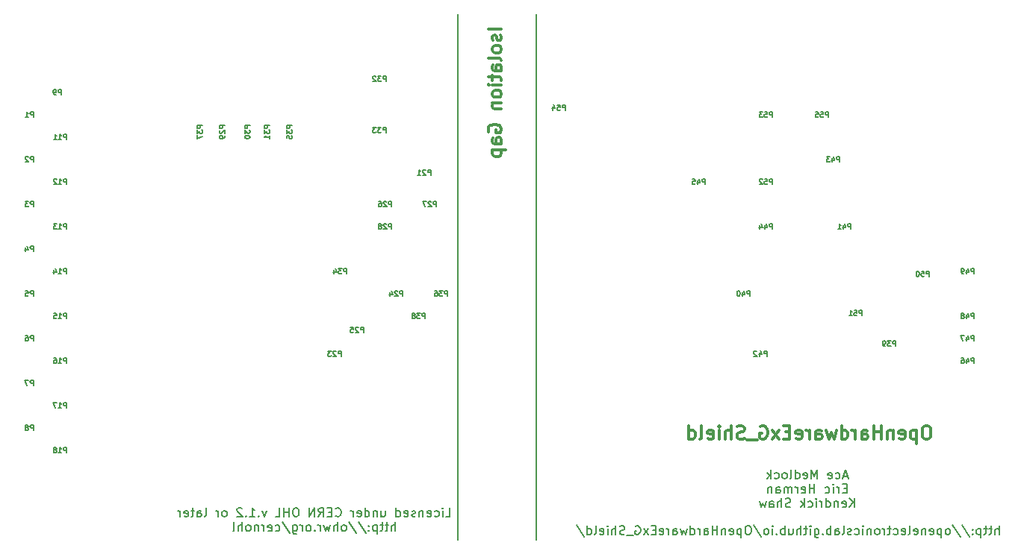
<source format=gbo>
G04 (created by PCBNEW (2013-jul-07)-stable) date Sat 18 Apr 2015 03:20:10 PM CEST*
%MOIN*%
G04 Gerber Fmt 3.4, Leading zero omitted, Abs format*
%FSLAX34Y34*%
G01*
G70*
G90*
G04 APERTURE LIST*
%ADD10C,0.00590551*%
%ADD11C,0.008*%
%ADD12C,0.011811*%
%ADD13C,0.00787402*%
%ADD14C,0.005*%
%ADD15C,0.1495*%
%ADD16C,0.0590551*%
%ADD17R,0.05X0.061811*%
%ADD18R,0.06X0.06*%
%ADD19C,0.06*%
%ADD20C,0.125*%
G04 APERTURE END LIST*
G54D10*
G54D11*
X44957Y-33961D02*
X45147Y-33961D01*
X45147Y-33561D01*
X44823Y-33961D02*
X44823Y-33695D01*
X44823Y-33561D02*
X44842Y-33580D01*
X44823Y-33600D01*
X44804Y-33580D01*
X44823Y-33561D01*
X44823Y-33600D01*
X44461Y-33942D02*
X44499Y-33961D01*
X44576Y-33961D01*
X44614Y-33942D01*
X44633Y-33923D01*
X44652Y-33885D01*
X44652Y-33771D01*
X44633Y-33733D01*
X44614Y-33714D01*
X44576Y-33695D01*
X44499Y-33695D01*
X44461Y-33714D01*
X44138Y-33942D02*
X44176Y-33961D01*
X44252Y-33961D01*
X44290Y-33942D01*
X44309Y-33904D01*
X44309Y-33752D01*
X44290Y-33714D01*
X44252Y-33695D01*
X44176Y-33695D01*
X44138Y-33714D01*
X44119Y-33752D01*
X44119Y-33790D01*
X44309Y-33828D01*
X43947Y-33695D02*
X43947Y-33961D01*
X43947Y-33733D02*
X43928Y-33714D01*
X43890Y-33695D01*
X43833Y-33695D01*
X43795Y-33714D01*
X43776Y-33752D01*
X43776Y-33961D01*
X43604Y-33942D02*
X43566Y-33961D01*
X43490Y-33961D01*
X43452Y-33942D01*
X43433Y-33904D01*
X43433Y-33885D01*
X43452Y-33847D01*
X43490Y-33828D01*
X43547Y-33828D01*
X43585Y-33809D01*
X43604Y-33771D01*
X43604Y-33752D01*
X43585Y-33714D01*
X43547Y-33695D01*
X43490Y-33695D01*
X43452Y-33714D01*
X43109Y-33942D02*
X43147Y-33961D01*
X43223Y-33961D01*
X43261Y-33942D01*
X43280Y-33904D01*
X43280Y-33752D01*
X43261Y-33714D01*
X43223Y-33695D01*
X43147Y-33695D01*
X43109Y-33714D01*
X43090Y-33752D01*
X43090Y-33790D01*
X43280Y-33828D01*
X42747Y-33961D02*
X42747Y-33561D01*
X42747Y-33942D02*
X42785Y-33961D01*
X42861Y-33961D01*
X42899Y-33942D01*
X42919Y-33923D01*
X42938Y-33885D01*
X42938Y-33771D01*
X42919Y-33733D01*
X42899Y-33714D01*
X42861Y-33695D01*
X42785Y-33695D01*
X42747Y-33714D01*
X42080Y-33695D02*
X42080Y-33961D01*
X42252Y-33695D02*
X42252Y-33904D01*
X42233Y-33942D01*
X42195Y-33961D01*
X42138Y-33961D01*
X42099Y-33942D01*
X42080Y-33923D01*
X41890Y-33695D02*
X41890Y-33961D01*
X41890Y-33733D02*
X41871Y-33714D01*
X41833Y-33695D01*
X41776Y-33695D01*
X41738Y-33714D01*
X41719Y-33752D01*
X41719Y-33961D01*
X41357Y-33961D02*
X41357Y-33561D01*
X41357Y-33942D02*
X41395Y-33961D01*
X41471Y-33961D01*
X41509Y-33942D01*
X41528Y-33923D01*
X41547Y-33885D01*
X41547Y-33771D01*
X41528Y-33733D01*
X41509Y-33714D01*
X41471Y-33695D01*
X41395Y-33695D01*
X41357Y-33714D01*
X41014Y-33942D02*
X41052Y-33961D01*
X41128Y-33961D01*
X41166Y-33942D01*
X41185Y-33904D01*
X41185Y-33752D01*
X41166Y-33714D01*
X41128Y-33695D01*
X41052Y-33695D01*
X41014Y-33714D01*
X40995Y-33752D01*
X40995Y-33790D01*
X41185Y-33828D01*
X40823Y-33961D02*
X40823Y-33695D01*
X40823Y-33771D02*
X40804Y-33733D01*
X40785Y-33714D01*
X40747Y-33695D01*
X40709Y-33695D01*
X40042Y-33923D02*
X40061Y-33942D01*
X40119Y-33961D01*
X40157Y-33961D01*
X40214Y-33942D01*
X40252Y-33904D01*
X40271Y-33866D01*
X40290Y-33790D01*
X40290Y-33733D01*
X40271Y-33657D01*
X40252Y-33619D01*
X40214Y-33580D01*
X40157Y-33561D01*
X40119Y-33561D01*
X40061Y-33580D01*
X40042Y-33600D01*
X39871Y-33752D02*
X39738Y-33752D01*
X39680Y-33961D02*
X39871Y-33961D01*
X39871Y-33561D01*
X39680Y-33561D01*
X39280Y-33961D02*
X39414Y-33771D01*
X39509Y-33961D02*
X39509Y-33561D01*
X39357Y-33561D01*
X39319Y-33580D01*
X39300Y-33600D01*
X39280Y-33638D01*
X39280Y-33695D01*
X39300Y-33733D01*
X39319Y-33752D01*
X39357Y-33771D01*
X39509Y-33771D01*
X39109Y-33961D02*
X39109Y-33561D01*
X38880Y-33961D01*
X38880Y-33561D01*
X38309Y-33561D02*
X38233Y-33561D01*
X38195Y-33580D01*
X38157Y-33619D01*
X38138Y-33695D01*
X38138Y-33828D01*
X38157Y-33904D01*
X38195Y-33942D01*
X38233Y-33961D01*
X38309Y-33961D01*
X38347Y-33942D01*
X38385Y-33904D01*
X38404Y-33828D01*
X38404Y-33695D01*
X38385Y-33619D01*
X38347Y-33580D01*
X38309Y-33561D01*
X37966Y-33961D02*
X37966Y-33561D01*
X37966Y-33752D02*
X37738Y-33752D01*
X37738Y-33961D02*
X37738Y-33561D01*
X37357Y-33961D02*
X37547Y-33961D01*
X37547Y-33561D01*
X36957Y-33695D02*
X36861Y-33961D01*
X36766Y-33695D01*
X36614Y-33923D02*
X36595Y-33942D01*
X36614Y-33961D01*
X36633Y-33942D01*
X36614Y-33923D01*
X36614Y-33961D01*
X36214Y-33961D02*
X36442Y-33961D01*
X36328Y-33961D02*
X36328Y-33561D01*
X36366Y-33619D01*
X36404Y-33657D01*
X36442Y-33676D01*
X36042Y-33923D02*
X36023Y-33942D01*
X36042Y-33961D01*
X36061Y-33942D01*
X36042Y-33923D01*
X36042Y-33961D01*
X35871Y-33600D02*
X35852Y-33580D01*
X35814Y-33561D01*
X35719Y-33561D01*
X35680Y-33580D01*
X35661Y-33600D01*
X35642Y-33638D01*
X35642Y-33676D01*
X35661Y-33733D01*
X35890Y-33961D01*
X35642Y-33961D01*
X35109Y-33961D02*
X35147Y-33942D01*
X35166Y-33923D01*
X35185Y-33885D01*
X35185Y-33771D01*
X35166Y-33733D01*
X35147Y-33714D01*
X35109Y-33695D01*
X35052Y-33695D01*
X35014Y-33714D01*
X34995Y-33733D01*
X34976Y-33771D01*
X34976Y-33885D01*
X34995Y-33923D01*
X35014Y-33942D01*
X35052Y-33961D01*
X35109Y-33961D01*
X34804Y-33961D02*
X34804Y-33695D01*
X34804Y-33771D02*
X34785Y-33733D01*
X34766Y-33714D01*
X34728Y-33695D01*
X34690Y-33695D01*
X34195Y-33961D02*
X34233Y-33942D01*
X34252Y-33904D01*
X34252Y-33561D01*
X33871Y-33961D02*
X33871Y-33752D01*
X33890Y-33714D01*
X33928Y-33695D01*
X34004Y-33695D01*
X34042Y-33714D01*
X33871Y-33942D02*
X33909Y-33961D01*
X34004Y-33961D01*
X34042Y-33942D01*
X34061Y-33904D01*
X34061Y-33866D01*
X34042Y-33828D01*
X34004Y-33809D01*
X33909Y-33809D01*
X33871Y-33790D01*
X33738Y-33695D02*
X33585Y-33695D01*
X33680Y-33561D02*
X33680Y-33904D01*
X33661Y-33942D01*
X33623Y-33961D01*
X33585Y-33961D01*
X33300Y-33942D02*
X33338Y-33961D01*
X33414Y-33961D01*
X33452Y-33942D01*
X33471Y-33904D01*
X33471Y-33752D01*
X33452Y-33714D01*
X33414Y-33695D01*
X33338Y-33695D01*
X33300Y-33714D01*
X33280Y-33752D01*
X33280Y-33790D01*
X33471Y-33828D01*
X33109Y-33961D02*
X33109Y-33695D01*
X33109Y-33771D02*
X33090Y-33733D01*
X33071Y-33714D01*
X33033Y-33695D01*
X32995Y-33695D01*
X42709Y-34601D02*
X42709Y-34201D01*
X42538Y-34601D02*
X42538Y-34392D01*
X42557Y-34354D01*
X42595Y-34335D01*
X42652Y-34335D01*
X42690Y-34354D01*
X42709Y-34373D01*
X42404Y-34335D02*
X42252Y-34335D01*
X42347Y-34201D02*
X42347Y-34544D01*
X42328Y-34582D01*
X42290Y-34601D01*
X42252Y-34601D01*
X42176Y-34335D02*
X42023Y-34335D01*
X42119Y-34201D02*
X42119Y-34544D01*
X42099Y-34582D01*
X42061Y-34601D01*
X42023Y-34601D01*
X41890Y-34335D02*
X41890Y-34735D01*
X41890Y-34354D02*
X41852Y-34335D01*
X41776Y-34335D01*
X41738Y-34354D01*
X41719Y-34373D01*
X41700Y-34411D01*
X41700Y-34525D01*
X41719Y-34563D01*
X41738Y-34582D01*
X41776Y-34601D01*
X41852Y-34601D01*
X41890Y-34582D01*
X41528Y-34563D02*
X41509Y-34582D01*
X41528Y-34601D01*
X41547Y-34582D01*
X41528Y-34563D01*
X41528Y-34601D01*
X41528Y-34354D02*
X41509Y-34373D01*
X41528Y-34392D01*
X41547Y-34373D01*
X41528Y-34354D01*
X41528Y-34392D01*
X41052Y-34182D02*
X41395Y-34697D01*
X40633Y-34182D02*
X40976Y-34697D01*
X40442Y-34601D02*
X40480Y-34582D01*
X40499Y-34563D01*
X40519Y-34525D01*
X40519Y-34411D01*
X40499Y-34373D01*
X40480Y-34354D01*
X40442Y-34335D01*
X40385Y-34335D01*
X40347Y-34354D01*
X40328Y-34373D01*
X40309Y-34411D01*
X40309Y-34525D01*
X40328Y-34563D01*
X40347Y-34582D01*
X40385Y-34601D01*
X40442Y-34601D01*
X40138Y-34601D02*
X40138Y-34201D01*
X39966Y-34601D02*
X39966Y-34392D01*
X39985Y-34354D01*
X40023Y-34335D01*
X40080Y-34335D01*
X40119Y-34354D01*
X40138Y-34373D01*
X39814Y-34335D02*
X39738Y-34601D01*
X39661Y-34411D01*
X39585Y-34601D01*
X39509Y-34335D01*
X39357Y-34601D02*
X39357Y-34335D01*
X39357Y-34411D02*
X39338Y-34373D01*
X39319Y-34354D01*
X39280Y-34335D01*
X39242Y-34335D01*
X39109Y-34563D02*
X39090Y-34582D01*
X39109Y-34601D01*
X39128Y-34582D01*
X39109Y-34563D01*
X39109Y-34601D01*
X38861Y-34601D02*
X38899Y-34582D01*
X38919Y-34563D01*
X38938Y-34525D01*
X38938Y-34411D01*
X38919Y-34373D01*
X38899Y-34354D01*
X38861Y-34335D01*
X38804Y-34335D01*
X38766Y-34354D01*
X38747Y-34373D01*
X38728Y-34411D01*
X38728Y-34525D01*
X38747Y-34563D01*
X38766Y-34582D01*
X38804Y-34601D01*
X38861Y-34601D01*
X38557Y-34601D02*
X38557Y-34335D01*
X38557Y-34411D02*
X38538Y-34373D01*
X38519Y-34354D01*
X38480Y-34335D01*
X38442Y-34335D01*
X38138Y-34335D02*
X38138Y-34659D01*
X38157Y-34697D01*
X38176Y-34716D01*
X38214Y-34735D01*
X38271Y-34735D01*
X38309Y-34716D01*
X38138Y-34582D02*
X38176Y-34601D01*
X38252Y-34601D01*
X38290Y-34582D01*
X38309Y-34563D01*
X38328Y-34525D01*
X38328Y-34411D01*
X38309Y-34373D01*
X38290Y-34354D01*
X38252Y-34335D01*
X38176Y-34335D01*
X38138Y-34354D01*
X37661Y-34182D02*
X38004Y-34697D01*
X37357Y-34582D02*
X37395Y-34601D01*
X37471Y-34601D01*
X37509Y-34582D01*
X37528Y-34563D01*
X37547Y-34525D01*
X37547Y-34411D01*
X37528Y-34373D01*
X37509Y-34354D01*
X37471Y-34335D01*
X37395Y-34335D01*
X37357Y-34354D01*
X37033Y-34582D02*
X37071Y-34601D01*
X37147Y-34601D01*
X37185Y-34582D01*
X37204Y-34544D01*
X37204Y-34392D01*
X37185Y-34354D01*
X37147Y-34335D01*
X37071Y-34335D01*
X37033Y-34354D01*
X37014Y-34392D01*
X37014Y-34430D01*
X37204Y-34468D01*
X36842Y-34601D02*
X36842Y-34335D01*
X36842Y-34411D02*
X36823Y-34373D01*
X36804Y-34354D01*
X36766Y-34335D01*
X36728Y-34335D01*
X36595Y-34335D02*
X36595Y-34601D01*
X36595Y-34373D02*
X36576Y-34354D01*
X36538Y-34335D01*
X36480Y-34335D01*
X36442Y-34354D01*
X36423Y-34392D01*
X36423Y-34601D01*
X36176Y-34601D02*
X36214Y-34582D01*
X36233Y-34563D01*
X36252Y-34525D01*
X36252Y-34411D01*
X36233Y-34373D01*
X36214Y-34354D01*
X36176Y-34335D01*
X36119Y-34335D01*
X36080Y-34354D01*
X36061Y-34373D01*
X36042Y-34411D01*
X36042Y-34525D01*
X36061Y-34563D01*
X36080Y-34582D01*
X36119Y-34601D01*
X36176Y-34601D01*
X35871Y-34601D02*
X35871Y-34201D01*
X35700Y-34601D02*
X35700Y-34392D01*
X35719Y-34354D01*
X35757Y-34335D01*
X35814Y-34335D01*
X35852Y-34354D01*
X35871Y-34373D01*
X35452Y-34601D02*
X35490Y-34582D01*
X35509Y-34544D01*
X35509Y-34201D01*
X69649Y-34761D02*
X69649Y-34361D01*
X69478Y-34761D02*
X69478Y-34552D01*
X69497Y-34514D01*
X69535Y-34495D01*
X69592Y-34495D01*
X69630Y-34514D01*
X69649Y-34533D01*
X69345Y-34495D02*
X69192Y-34495D01*
X69288Y-34361D02*
X69288Y-34704D01*
X69269Y-34742D01*
X69230Y-34761D01*
X69192Y-34761D01*
X69116Y-34495D02*
X68964Y-34495D01*
X69059Y-34361D02*
X69059Y-34704D01*
X69040Y-34742D01*
X69002Y-34761D01*
X68964Y-34761D01*
X68830Y-34495D02*
X68830Y-34895D01*
X68830Y-34514D02*
X68792Y-34495D01*
X68716Y-34495D01*
X68678Y-34514D01*
X68659Y-34533D01*
X68640Y-34571D01*
X68640Y-34685D01*
X68659Y-34723D01*
X68678Y-34742D01*
X68716Y-34761D01*
X68792Y-34761D01*
X68830Y-34742D01*
X68469Y-34723D02*
X68449Y-34742D01*
X68469Y-34761D01*
X68488Y-34742D01*
X68469Y-34723D01*
X68469Y-34761D01*
X68469Y-34514D02*
X68449Y-34533D01*
X68469Y-34552D01*
X68488Y-34533D01*
X68469Y-34514D01*
X68469Y-34552D01*
X67992Y-34342D02*
X68335Y-34857D01*
X67573Y-34342D02*
X67916Y-34857D01*
X67383Y-34761D02*
X67421Y-34742D01*
X67440Y-34723D01*
X67459Y-34685D01*
X67459Y-34571D01*
X67440Y-34533D01*
X67421Y-34514D01*
X67383Y-34495D01*
X67326Y-34495D01*
X67288Y-34514D01*
X67269Y-34533D01*
X67249Y-34571D01*
X67249Y-34685D01*
X67269Y-34723D01*
X67288Y-34742D01*
X67326Y-34761D01*
X67383Y-34761D01*
X67078Y-34495D02*
X67078Y-34895D01*
X67078Y-34514D02*
X67040Y-34495D01*
X66964Y-34495D01*
X66926Y-34514D01*
X66907Y-34533D01*
X66888Y-34571D01*
X66888Y-34685D01*
X66907Y-34723D01*
X66926Y-34742D01*
X66964Y-34761D01*
X67040Y-34761D01*
X67078Y-34742D01*
X66564Y-34742D02*
X66602Y-34761D01*
X66678Y-34761D01*
X66716Y-34742D01*
X66735Y-34704D01*
X66735Y-34552D01*
X66716Y-34514D01*
X66678Y-34495D01*
X66602Y-34495D01*
X66564Y-34514D01*
X66545Y-34552D01*
X66545Y-34590D01*
X66735Y-34628D01*
X66373Y-34495D02*
X66373Y-34761D01*
X66373Y-34533D02*
X66354Y-34514D01*
X66316Y-34495D01*
X66259Y-34495D01*
X66221Y-34514D01*
X66202Y-34552D01*
X66202Y-34761D01*
X65859Y-34742D02*
X65897Y-34761D01*
X65973Y-34761D01*
X66011Y-34742D01*
X66030Y-34704D01*
X66030Y-34552D01*
X66011Y-34514D01*
X65973Y-34495D01*
X65897Y-34495D01*
X65859Y-34514D01*
X65840Y-34552D01*
X65840Y-34590D01*
X66030Y-34628D01*
X65611Y-34761D02*
X65649Y-34742D01*
X65669Y-34704D01*
X65669Y-34361D01*
X65307Y-34742D02*
X65345Y-34761D01*
X65421Y-34761D01*
X65459Y-34742D01*
X65478Y-34704D01*
X65478Y-34552D01*
X65459Y-34514D01*
X65421Y-34495D01*
X65345Y-34495D01*
X65307Y-34514D01*
X65288Y-34552D01*
X65288Y-34590D01*
X65478Y-34628D01*
X64945Y-34742D02*
X64983Y-34761D01*
X65059Y-34761D01*
X65097Y-34742D01*
X65116Y-34723D01*
X65135Y-34685D01*
X65135Y-34571D01*
X65116Y-34533D01*
X65097Y-34514D01*
X65059Y-34495D01*
X64983Y-34495D01*
X64945Y-34514D01*
X64830Y-34495D02*
X64678Y-34495D01*
X64773Y-34361D02*
X64773Y-34704D01*
X64754Y-34742D01*
X64716Y-34761D01*
X64678Y-34761D01*
X64545Y-34761D02*
X64545Y-34495D01*
X64545Y-34571D02*
X64526Y-34533D01*
X64507Y-34514D01*
X64469Y-34495D01*
X64430Y-34495D01*
X64240Y-34761D02*
X64278Y-34742D01*
X64297Y-34723D01*
X64316Y-34685D01*
X64316Y-34571D01*
X64297Y-34533D01*
X64278Y-34514D01*
X64240Y-34495D01*
X64183Y-34495D01*
X64145Y-34514D01*
X64126Y-34533D01*
X64107Y-34571D01*
X64107Y-34685D01*
X64126Y-34723D01*
X64145Y-34742D01*
X64183Y-34761D01*
X64240Y-34761D01*
X63935Y-34495D02*
X63935Y-34761D01*
X63935Y-34533D02*
X63916Y-34514D01*
X63878Y-34495D01*
X63821Y-34495D01*
X63783Y-34514D01*
X63764Y-34552D01*
X63764Y-34761D01*
X63573Y-34761D02*
X63573Y-34495D01*
X63573Y-34361D02*
X63592Y-34380D01*
X63573Y-34400D01*
X63554Y-34380D01*
X63573Y-34361D01*
X63573Y-34400D01*
X63211Y-34742D02*
X63250Y-34761D01*
X63326Y-34761D01*
X63364Y-34742D01*
X63383Y-34723D01*
X63402Y-34685D01*
X63402Y-34571D01*
X63383Y-34533D01*
X63364Y-34514D01*
X63326Y-34495D01*
X63250Y-34495D01*
X63211Y-34514D01*
X63059Y-34742D02*
X63021Y-34761D01*
X62945Y-34761D01*
X62907Y-34742D01*
X62888Y-34704D01*
X62888Y-34685D01*
X62907Y-34647D01*
X62945Y-34628D01*
X63002Y-34628D01*
X63040Y-34609D01*
X63059Y-34571D01*
X63059Y-34552D01*
X63040Y-34514D01*
X63002Y-34495D01*
X62945Y-34495D01*
X62907Y-34514D01*
X62659Y-34761D02*
X62697Y-34742D01*
X62716Y-34704D01*
X62716Y-34361D01*
X62335Y-34761D02*
X62335Y-34552D01*
X62354Y-34514D01*
X62392Y-34495D01*
X62469Y-34495D01*
X62507Y-34514D01*
X62335Y-34742D02*
X62373Y-34761D01*
X62469Y-34761D01*
X62507Y-34742D01*
X62526Y-34704D01*
X62526Y-34666D01*
X62507Y-34628D01*
X62469Y-34609D01*
X62373Y-34609D01*
X62335Y-34590D01*
X62145Y-34761D02*
X62145Y-34361D01*
X62145Y-34514D02*
X62107Y-34495D01*
X62030Y-34495D01*
X61992Y-34514D01*
X61973Y-34533D01*
X61954Y-34571D01*
X61954Y-34685D01*
X61973Y-34723D01*
X61992Y-34742D01*
X62030Y-34761D01*
X62107Y-34761D01*
X62145Y-34742D01*
X61783Y-34723D02*
X61764Y-34742D01*
X61783Y-34761D01*
X61802Y-34742D01*
X61783Y-34723D01*
X61783Y-34761D01*
X61421Y-34495D02*
X61421Y-34819D01*
X61440Y-34857D01*
X61459Y-34876D01*
X61497Y-34895D01*
X61554Y-34895D01*
X61592Y-34876D01*
X61421Y-34742D02*
X61459Y-34761D01*
X61535Y-34761D01*
X61573Y-34742D01*
X61592Y-34723D01*
X61611Y-34685D01*
X61611Y-34571D01*
X61592Y-34533D01*
X61573Y-34514D01*
X61535Y-34495D01*
X61459Y-34495D01*
X61421Y-34514D01*
X61230Y-34761D02*
X61230Y-34495D01*
X61230Y-34361D02*
X61250Y-34380D01*
X61230Y-34400D01*
X61211Y-34380D01*
X61230Y-34361D01*
X61230Y-34400D01*
X61097Y-34495D02*
X60945Y-34495D01*
X61040Y-34361D02*
X61040Y-34704D01*
X61021Y-34742D01*
X60983Y-34761D01*
X60945Y-34761D01*
X60811Y-34761D02*
X60811Y-34361D01*
X60640Y-34761D02*
X60640Y-34552D01*
X60659Y-34514D01*
X60697Y-34495D01*
X60754Y-34495D01*
X60792Y-34514D01*
X60811Y-34533D01*
X60278Y-34495D02*
X60278Y-34761D01*
X60450Y-34495D02*
X60450Y-34704D01*
X60430Y-34742D01*
X60392Y-34761D01*
X60335Y-34761D01*
X60297Y-34742D01*
X60278Y-34723D01*
X60088Y-34761D02*
X60088Y-34361D01*
X60088Y-34514D02*
X60050Y-34495D01*
X59973Y-34495D01*
X59935Y-34514D01*
X59916Y-34533D01*
X59897Y-34571D01*
X59897Y-34685D01*
X59916Y-34723D01*
X59935Y-34742D01*
X59973Y-34761D01*
X60050Y-34761D01*
X60088Y-34742D01*
X59726Y-34723D02*
X59707Y-34742D01*
X59726Y-34761D01*
X59745Y-34742D01*
X59726Y-34723D01*
X59726Y-34761D01*
X59535Y-34761D02*
X59535Y-34495D01*
X59535Y-34361D02*
X59554Y-34380D01*
X59535Y-34400D01*
X59516Y-34380D01*
X59535Y-34361D01*
X59535Y-34400D01*
X59288Y-34761D02*
X59326Y-34742D01*
X59345Y-34723D01*
X59364Y-34685D01*
X59364Y-34571D01*
X59345Y-34533D01*
X59326Y-34514D01*
X59288Y-34495D01*
X59230Y-34495D01*
X59192Y-34514D01*
X59173Y-34533D01*
X59154Y-34571D01*
X59154Y-34685D01*
X59173Y-34723D01*
X59192Y-34742D01*
X59230Y-34761D01*
X59288Y-34761D01*
X58697Y-34342D02*
X59040Y-34857D01*
X58488Y-34361D02*
X58411Y-34361D01*
X58373Y-34380D01*
X58335Y-34419D01*
X58316Y-34495D01*
X58316Y-34628D01*
X58335Y-34704D01*
X58373Y-34742D01*
X58411Y-34761D01*
X58488Y-34761D01*
X58526Y-34742D01*
X58564Y-34704D01*
X58583Y-34628D01*
X58583Y-34495D01*
X58564Y-34419D01*
X58526Y-34380D01*
X58488Y-34361D01*
X58145Y-34495D02*
X58145Y-34895D01*
X58145Y-34514D02*
X58107Y-34495D01*
X58030Y-34495D01*
X57992Y-34514D01*
X57973Y-34533D01*
X57954Y-34571D01*
X57954Y-34685D01*
X57973Y-34723D01*
X57992Y-34742D01*
X58030Y-34761D01*
X58107Y-34761D01*
X58145Y-34742D01*
X57630Y-34742D02*
X57669Y-34761D01*
X57745Y-34761D01*
X57783Y-34742D01*
X57802Y-34704D01*
X57802Y-34552D01*
X57783Y-34514D01*
X57745Y-34495D01*
X57669Y-34495D01*
X57630Y-34514D01*
X57611Y-34552D01*
X57611Y-34590D01*
X57802Y-34628D01*
X57440Y-34495D02*
X57440Y-34761D01*
X57440Y-34533D02*
X57421Y-34514D01*
X57383Y-34495D01*
X57326Y-34495D01*
X57288Y-34514D01*
X57269Y-34552D01*
X57269Y-34761D01*
X57078Y-34761D02*
X57078Y-34361D01*
X57078Y-34552D02*
X56850Y-34552D01*
X56850Y-34761D02*
X56850Y-34361D01*
X56488Y-34761D02*
X56488Y-34552D01*
X56507Y-34514D01*
X56545Y-34495D01*
X56621Y-34495D01*
X56659Y-34514D01*
X56488Y-34742D02*
X56526Y-34761D01*
X56621Y-34761D01*
X56659Y-34742D01*
X56678Y-34704D01*
X56678Y-34666D01*
X56659Y-34628D01*
X56621Y-34609D01*
X56526Y-34609D01*
X56488Y-34590D01*
X56297Y-34761D02*
X56297Y-34495D01*
X56297Y-34571D02*
X56278Y-34533D01*
X56259Y-34514D01*
X56221Y-34495D01*
X56183Y-34495D01*
X55878Y-34761D02*
X55878Y-34361D01*
X55878Y-34742D02*
X55916Y-34761D01*
X55992Y-34761D01*
X56030Y-34742D01*
X56050Y-34723D01*
X56069Y-34685D01*
X56069Y-34571D01*
X56050Y-34533D01*
X56030Y-34514D01*
X55992Y-34495D01*
X55916Y-34495D01*
X55878Y-34514D01*
X55726Y-34495D02*
X55650Y-34761D01*
X55573Y-34571D01*
X55497Y-34761D01*
X55421Y-34495D01*
X55097Y-34761D02*
X55097Y-34552D01*
X55116Y-34514D01*
X55154Y-34495D01*
X55230Y-34495D01*
X55269Y-34514D01*
X55097Y-34742D02*
X55135Y-34761D01*
X55230Y-34761D01*
X55269Y-34742D01*
X55288Y-34704D01*
X55288Y-34666D01*
X55269Y-34628D01*
X55230Y-34609D01*
X55135Y-34609D01*
X55097Y-34590D01*
X54907Y-34761D02*
X54907Y-34495D01*
X54907Y-34571D02*
X54888Y-34533D01*
X54869Y-34514D01*
X54830Y-34495D01*
X54792Y-34495D01*
X54507Y-34742D02*
X54545Y-34761D01*
X54621Y-34761D01*
X54659Y-34742D01*
X54678Y-34704D01*
X54678Y-34552D01*
X54659Y-34514D01*
X54621Y-34495D01*
X54545Y-34495D01*
X54507Y-34514D01*
X54488Y-34552D01*
X54488Y-34590D01*
X54678Y-34628D01*
X54316Y-34552D02*
X54183Y-34552D01*
X54126Y-34761D02*
X54316Y-34761D01*
X54316Y-34361D01*
X54126Y-34361D01*
X53992Y-34761D02*
X53783Y-34495D01*
X53992Y-34495D02*
X53783Y-34761D01*
X53421Y-34380D02*
X53459Y-34361D01*
X53516Y-34361D01*
X53573Y-34380D01*
X53611Y-34419D01*
X53630Y-34457D01*
X53650Y-34533D01*
X53650Y-34590D01*
X53630Y-34666D01*
X53611Y-34704D01*
X53573Y-34742D01*
X53516Y-34761D01*
X53478Y-34761D01*
X53421Y-34742D01*
X53402Y-34723D01*
X53402Y-34590D01*
X53478Y-34590D01*
X53326Y-34800D02*
X53021Y-34800D01*
X52945Y-34742D02*
X52888Y-34761D01*
X52792Y-34761D01*
X52754Y-34742D01*
X52735Y-34723D01*
X52716Y-34685D01*
X52716Y-34647D01*
X52735Y-34609D01*
X52754Y-34590D01*
X52792Y-34571D01*
X52869Y-34552D01*
X52907Y-34533D01*
X52926Y-34514D01*
X52945Y-34476D01*
X52945Y-34438D01*
X52926Y-34400D01*
X52907Y-34380D01*
X52869Y-34361D01*
X52773Y-34361D01*
X52716Y-34380D01*
X52545Y-34761D02*
X52545Y-34361D01*
X52373Y-34761D02*
X52373Y-34552D01*
X52392Y-34514D01*
X52430Y-34495D01*
X52488Y-34495D01*
X52526Y-34514D01*
X52545Y-34533D01*
X52183Y-34761D02*
X52183Y-34495D01*
X52183Y-34361D02*
X52202Y-34380D01*
X52183Y-34400D01*
X52164Y-34380D01*
X52183Y-34361D01*
X52183Y-34400D01*
X51840Y-34742D02*
X51878Y-34761D01*
X51954Y-34761D01*
X51992Y-34742D01*
X52011Y-34704D01*
X52011Y-34552D01*
X51992Y-34514D01*
X51954Y-34495D01*
X51878Y-34495D01*
X51840Y-34514D01*
X51821Y-34552D01*
X51821Y-34590D01*
X52011Y-34628D01*
X51592Y-34761D02*
X51630Y-34742D01*
X51650Y-34704D01*
X51650Y-34361D01*
X51269Y-34761D02*
X51269Y-34361D01*
X51269Y-34742D02*
X51307Y-34761D01*
X51383Y-34761D01*
X51421Y-34742D01*
X51440Y-34723D01*
X51459Y-34685D01*
X51459Y-34571D01*
X51440Y-34533D01*
X51421Y-34514D01*
X51383Y-34495D01*
X51307Y-34495D01*
X51269Y-34514D01*
X50792Y-34342D02*
X51135Y-34857D01*
X62890Y-32147D02*
X62699Y-32147D01*
X62928Y-32261D02*
X62795Y-31861D01*
X62661Y-32261D01*
X62357Y-32242D02*
X62395Y-32261D01*
X62471Y-32261D01*
X62509Y-32242D01*
X62528Y-32223D01*
X62547Y-32185D01*
X62547Y-32071D01*
X62528Y-32033D01*
X62509Y-32014D01*
X62471Y-31995D01*
X62395Y-31995D01*
X62357Y-32014D01*
X62033Y-32242D02*
X62071Y-32261D01*
X62147Y-32261D01*
X62185Y-32242D01*
X62204Y-32204D01*
X62204Y-32052D01*
X62185Y-32014D01*
X62147Y-31995D01*
X62071Y-31995D01*
X62033Y-32014D01*
X62014Y-32052D01*
X62014Y-32090D01*
X62204Y-32128D01*
X61538Y-32261D02*
X61538Y-31861D01*
X61404Y-32147D01*
X61271Y-31861D01*
X61271Y-32261D01*
X60928Y-32242D02*
X60966Y-32261D01*
X61042Y-32261D01*
X61080Y-32242D01*
X61099Y-32204D01*
X61099Y-32052D01*
X61080Y-32014D01*
X61042Y-31995D01*
X60966Y-31995D01*
X60928Y-32014D01*
X60909Y-32052D01*
X60909Y-32090D01*
X61099Y-32128D01*
X60566Y-32261D02*
X60566Y-31861D01*
X60566Y-32242D02*
X60604Y-32261D01*
X60680Y-32261D01*
X60719Y-32242D01*
X60738Y-32223D01*
X60757Y-32185D01*
X60757Y-32071D01*
X60738Y-32033D01*
X60719Y-32014D01*
X60680Y-31995D01*
X60604Y-31995D01*
X60566Y-32014D01*
X60319Y-32261D02*
X60357Y-32242D01*
X60376Y-32204D01*
X60376Y-31861D01*
X60109Y-32261D02*
X60147Y-32242D01*
X60166Y-32223D01*
X60185Y-32185D01*
X60185Y-32071D01*
X60166Y-32033D01*
X60147Y-32014D01*
X60109Y-31995D01*
X60052Y-31995D01*
X60014Y-32014D01*
X59995Y-32033D01*
X59976Y-32071D01*
X59976Y-32185D01*
X59995Y-32223D01*
X60014Y-32242D01*
X60052Y-32261D01*
X60109Y-32261D01*
X59633Y-32242D02*
X59671Y-32261D01*
X59747Y-32261D01*
X59785Y-32242D01*
X59804Y-32223D01*
X59823Y-32185D01*
X59823Y-32071D01*
X59804Y-32033D01*
X59785Y-32014D01*
X59747Y-31995D01*
X59671Y-31995D01*
X59633Y-32014D01*
X59461Y-32261D02*
X59461Y-31861D01*
X59423Y-32109D02*
X59309Y-32261D01*
X59309Y-31995D02*
X59461Y-32147D01*
X62861Y-32692D02*
X62728Y-32692D01*
X62671Y-32901D02*
X62861Y-32901D01*
X62861Y-32501D01*
X62671Y-32501D01*
X62499Y-32901D02*
X62499Y-32635D01*
X62499Y-32711D02*
X62480Y-32673D01*
X62461Y-32654D01*
X62423Y-32635D01*
X62385Y-32635D01*
X62252Y-32901D02*
X62252Y-32635D01*
X62252Y-32501D02*
X62271Y-32520D01*
X62252Y-32540D01*
X62233Y-32520D01*
X62252Y-32501D01*
X62252Y-32540D01*
X61890Y-32882D02*
X61928Y-32901D01*
X62004Y-32901D01*
X62042Y-32882D01*
X62061Y-32863D01*
X62080Y-32825D01*
X62080Y-32711D01*
X62061Y-32673D01*
X62042Y-32654D01*
X62004Y-32635D01*
X61928Y-32635D01*
X61890Y-32654D01*
X61414Y-32901D02*
X61414Y-32501D01*
X61414Y-32692D02*
X61185Y-32692D01*
X61185Y-32901D02*
X61185Y-32501D01*
X60842Y-32882D02*
X60880Y-32901D01*
X60957Y-32901D01*
X60995Y-32882D01*
X61014Y-32844D01*
X61014Y-32692D01*
X60995Y-32654D01*
X60957Y-32635D01*
X60880Y-32635D01*
X60842Y-32654D01*
X60823Y-32692D01*
X60823Y-32730D01*
X61014Y-32768D01*
X60652Y-32901D02*
X60652Y-32635D01*
X60652Y-32711D02*
X60633Y-32673D01*
X60614Y-32654D01*
X60576Y-32635D01*
X60538Y-32635D01*
X60404Y-32901D02*
X60404Y-32635D01*
X60404Y-32673D02*
X60385Y-32654D01*
X60347Y-32635D01*
X60290Y-32635D01*
X60252Y-32654D01*
X60233Y-32692D01*
X60233Y-32901D01*
X60233Y-32692D02*
X60214Y-32654D01*
X60176Y-32635D01*
X60119Y-32635D01*
X60080Y-32654D01*
X60061Y-32692D01*
X60061Y-32901D01*
X59700Y-32901D02*
X59700Y-32692D01*
X59719Y-32654D01*
X59757Y-32635D01*
X59833Y-32635D01*
X59871Y-32654D01*
X59700Y-32882D02*
X59738Y-32901D01*
X59833Y-32901D01*
X59871Y-32882D01*
X59890Y-32844D01*
X59890Y-32806D01*
X59871Y-32768D01*
X59833Y-32749D01*
X59738Y-32749D01*
X59700Y-32730D01*
X59509Y-32635D02*
X59509Y-32901D01*
X59509Y-32673D02*
X59490Y-32654D01*
X59452Y-32635D01*
X59395Y-32635D01*
X59357Y-32654D01*
X59338Y-32692D01*
X59338Y-32901D01*
X63204Y-33541D02*
X63204Y-33141D01*
X62976Y-33541D02*
X63147Y-33313D01*
X62976Y-33141D02*
X63204Y-33370D01*
X62652Y-33522D02*
X62690Y-33541D01*
X62766Y-33541D01*
X62804Y-33522D01*
X62823Y-33484D01*
X62823Y-33332D01*
X62804Y-33294D01*
X62766Y-33275D01*
X62690Y-33275D01*
X62652Y-33294D01*
X62633Y-33332D01*
X62633Y-33370D01*
X62823Y-33408D01*
X62461Y-33275D02*
X62461Y-33541D01*
X62461Y-33313D02*
X62442Y-33294D01*
X62404Y-33275D01*
X62347Y-33275D01*
X62309Y-33294D01*
X62290Y-33332D01*
X62290Y-33541D01*
X61928Y-33541D02*
X61928Y-33141D01*
X61928Y-33522D02*
X61966Y-33541D01*
X62042Y-33541D01*
X62080Y-33522D01*
X62099Y-33503D01*
X62119Y-33465D01*
X62119Y-33351D01*
X62099Y-33313D01*
X62080Y-33294D01*
X62042Y-33275D01*
X61966Y-33275D01*
X61928Y-33294D01*
X61738Y-33541D02*
X61738Y-33275D01*
X61738Y-33351D02*
X61719Y-33313D01*
X61699Y-33294D01*
X61661Y-33275D01*
X61623Y-33275D01*
X61490Y-33541D02*
X61490Y-33275D01*
X61490Y-33141D02*
X61509Y-33160D01*
X61490Y-33180D01*
X61471Y-33160D01*
X61490Y-33141D01*
X61490Y-33180D01*
X61128Y-33522D02*
X61166Y-33541D01*
X61242Y-33541D01*
X61280Y-33522D01*
X61299Y-33503D01*
X61319Y-33465D01*
X61319Y-33351D01*
X61299Y-33313D01*
X61280Y-33294D01*
X61242Y-33275D01*
X61166Y-33275D01*
X61128Y-33294D01*
X60957Y-33541D02*
X60957Y-33141D01*
X60919Y-33389D02*
X60804Y-33541D01*
X60804Y-33275D02*
X60957Y-33427D01*
X60347Y-33522D02*
X60290Y-33541D01*
X60195Y-33541D01*
X60157Y-33522D01*
X60138Y-33503D01*
X60119Y-33465D01*
X60119Y-33427D01*
X60138Y-33389D01*
X60157Y-33370D01*
X60195Y-33351D01*
X60271Y-33332D01*
X60309Y-33313D01*
X60328Y-33294D01*
X60347Y-33256D01*
X60347Y-33218D01*
X60328Y-33180D01*
X60309Y-33160D01*
X60271Y-33141D01*
X60176Y-33141D01*
X60119Y-33160D01*
X59947Y-33541D02*
X59947Y-33141D01*
X59776Y-33541D02*
X59776Y-33332D01*
X59795Y-33294D01*
X59833Y-33275D01*
X59890Y-33275D01*
X59928Y-33294D01*
X59947Y-33313D01*
X59414Y-33541D02*
X59414Y-33332D01*
X59433Y-33294D01*
X59471Y-33275D01*
X59547Y-33275D01*
X59585Y-33294D01*
X59414Y-33522D02*
X59452Y-33541D01*
X59547Y-33541D01*
X59585Y-33522D01*
X59604Y-33484D01*
X59604Y-33446D01*
X59585Y-33408D01*
X59547Y-33389D01*
X59452Y-33389D01*
X59414Y-33370D01*
X59261Y-33275D02*
X59185Y-33541D01*
X59109Y-33351D01*
X59033Y-33541D01*
X58957Y-33275D01*
G54D12*
X66472Y-29898D02*
X66360Y-29898D01*
X66304Y-29926D01*
X66247Y-29982D01*
X66219Y-30095D01*
X66219Y-30292D01*
X66247Y-30404D01*
X66304Y-30460D01*
X66360Y-30489D01*
X66472Y-30489D01*
X66529Y-30460D01*
X66585Y-30404D01*
X66613Y-30292D01*
X66613Y-30095D01*
X66585Y-29982D01*
X66529Y-29926D01*
X66472Y-29898D01*
X65966Y-30095D02*
X65966Y-30685D01*
X65966Y-30123D02*
X65910Y-30095D01*
X65797Y-30095D01*
X65741Y-30123D01*
X65713Y-30151D01*
X65685Y-30207D01*
X65685Y-30376D01*
X65713Y-30432D01*
X65741Y-30460D01*
X65797Y-30489D01*
X65910Y-30489D01*
X65966Y-30460D01*
X65207Y-30460D02*
X65263Y-30489D01*
X65376Y-30489D01*
X65432Y-30460D01*
X65460Y-30404D01*
X65460Y-30179D01*
X65432Y-30123D01*
X65376Y-30095D01*
X65263Y-30095D01*
X65207Y-30123D01*
X65179Y-30179D01*
X65179Y-30235D01*
X65460Y-30292D01*
X64926Y-30095D02*
X64926Y-30489D01*
X64926Y-30151D02*
X64897Y-30123D01*
X64841Y-30095D01*
X64757Y-30095D01*
X64701Y-30123D01*
X64673Y-30179D01*
X64673Y-30489D01*
X64391Y-30489D02*
X64391Y-29898D01*
X64391Y-30179D02*
X64054Y-30179D01*
X64054Y-30489D02*
X64054Y-29898D01*
X63520Y-30489D02*
X63520Y-30179D01*
X63548Y-30123D01*
X63604Y-30095D01*
X63716Y-30095D01*
X63773Y-30123D01*
X63520Y-30460D02*
X63576Y-30489D01*
X63716Y-30489D01*
X63773Y-30460D01*
X63801Y-30404D01*
X63801Y-30348D01*
X63773Y-30292D01*
X63716Y-30264D01*
X63576Y-30264D01*
X63520Y-30235D01*
X63238Y-30489D02*
X63238Y-30095D01*
X63238Y-30207D02*
X63210Y-30151D01*
X63182Y-30123D01*
X63126Y-30095D01*
X63070Y-30095D01*
X62620Y-30489D02*
X62620Y-29898D01*
X62620Y-30460D02*
X62676Y-30489D01*
X62788Y-30489D01*
X62845Y-30460D01*
X62873Y-30432D01*
X62901Y-30376D01*
X62901Y-30207D01*
X62873Y-30151D01*
X62845Y-30123D01*
X62788Y-30095D01*
X62676Y-30095D01*
X62620Y-30123D01*
X62395Y-30095D02*
X62282Y-30489D01*
X62170Y-30207D01*
X62057Y-30489D01*
X61945Y-30095D01*
X61467Y-30489D02*
X61467Y-30179D01*
X61495Y-30123D01*
X61551Y-30095D01*
X61664Y-30095D01*
X61720Y-30123D01*
X61467Y-30460D02*
X61523Y-30489D01*
X61664Y-30489D01*
X61720Y-30460D01*
X61748Y-30404D01*
X61748Y-30348D01*
X61720Y-30292D01*
X61664Y-30264D01*
X61523Y-30264D01*
X61467Y-30235D01*
X61185Y-30489D02*
X61185Y-30095D01*
X61185Y-30207D02*
X61157Y-30151D01*
X61129Y-30123D01*
X61073Y-30095D01*
X61017Y-30095D01*
X60595Y-30460D02*
X60651Y-30489D01*
X60764Y-30489D01*
X60820Y-30460D01*
X60848Y-30404D01*
X60848Y-30179D01*
X60820Y-30123D01*
X60764Y-30095D01*
X60651Y-30095D01*
X60595Y-30123D01*
X60567Y-30179D01*
X60567Y-30235D01*
X60848Y-30292D01*
X60314Y-30179D02*
X60117Y-30179D01*
X60032Y-30489D02*
X60314Y-30489D01*
X60314Y-29898D01*
X60032Y-29898D01*
X59836Y-30489D02*
X59526Y-30095D01*
X59836Y-30095D02*
X59526Y-30489D01*
X58992Y-29926D02*
X59048Y-29898D01*
X59133Y-29898D01*
X59217Y-29926D01*
X59273Y-29982D01*
X59301Y-30039D01*
X59329Y-30151D01*
X59329Y-30235D01*
X59301Y-30348D01*
X59273Y-30404D01*
X59217Y-30460D01*
X59133Y-30489D01*
X59076Y-30489D01*
X58992Y-30460D01*
X58964Y-30432D01*
X58964Y-30235D01*
X59076Y-30235D01*
X58851Y-30545D02*
X58401Y-30545D01*
X58289Y-30460D02*
X58205Y-30489D01*
X58064Y-30489D01*
X58008Y-30460D01*
X57980Y-30432D01*
X57951Y-30376D01*
X57951Y-30320D01*
X57980Y-30264D01*
X58008Y-30235D01*
X58064Y-30207D01*
X58176Y-30179D01*
X58233Y-30151D01*
X58261Y-30123D01*
X58289Y-30067D01*
X58289Y-30010D01*
X58261Y-29954D01*
X58233Y-29926D01*
X58176Y-29898D01*
X58036Y-29898D01*
X57951Y-29926D01*
X57698Y-30489D02*
X57698Y-29898D01*
X57445Y-30489D02*
X57445Y-30179D01*
X57473Y-30123D01*
X57530Y-30095D01*
X57614Y-30095D01*
X57670Y-30123D01*
X57698Y-30151D01*
X57164Y-30489D02*
X57164Y-30095D01*
X57164Y-29898D02*
X57192Y-29926D01*
X57164Y-29954D01*
X57136Y-29926D01*
X57164Y-29898D01*
X57164Y-29954D01*
X56658Y-30460D02*
X56714Y-30489D01*
X56827Y-30489D01*
X56883Y-30460D01*
X56911Y-30404D01*
X56911Y-30179D01*
X56883Y-30123D01*
X56827Y-30095D01*
X56714Y-30095D01*
X56658Y-30123D01*
X56630Y-30179D01*
X56630Y-30235D01*
X56911Y-30292D01*
X56292Y-30489D02*
X56349Y-30460D01*
X56377Y-30404D01*
X56377Y-29898D01*
X55814Y-30489D02*
X55814Y-29898D01*
X55814Y-30460D02*
X55870Y-30489D01*
X55983Y-30489D01*
X56039Y-30460D01*
X56067Y-30432D01*
X56095Y-30376D01*
X56095Y-30207D01*
X56067Y-30151D01*
X56039Y-30123D01*
X55983Y-30095D01*
X55870Y-30095D01*
X55814Y-30123D01*
X47439Y-12173D02*
X46848Y-12173D01*
X47410Y-12426D02*
X47439Y-12483D01*
X47439Y-12595D01*
X47410Y-12651D01*
X47354Y-12679D01*
X47326Y-12679D01*
X47270Y-12651D01*
X47242Y-12595D01*
X47242Y-12511D01*
X47214Y-12455D01*
X47157Y-12426D01*
X47129Y-12426D01*
X47073Y-12455D01*
X47045Y-12511D01*
X47045Y-12595D01*
X47073Y-12651D01*
X47439Y-13017D02*
X47410Y-12961D01*
X47382Y-12933D01*
X47326Y-12904D01*
X47157Y-12904D01*
X47101Y-12933D01*
X47073Y-12961D01*
X47045Y-13017D01*
X47045Y-13101D01*
X47073Y-13158D01*
X47101Y-13186D01*
X47157Y-13214D01*
X47326Y-13214D01*
X47382Y-13186D01*
X47410Y-13158D01*
X47439Y-13101D01*
X47439Y-13017D01*
X47439Y-13551D02*
X47410Y-13495D01*
X47354Y-13467D01*
X46848Y-13467D01*
X47439Y-14029D02*
X47129Y-14029D01*
X47073Y-14001D01*
X47045Y-13945D01*
X47045Y-13832D01*
X47073Y-13776D01*
X47410Y-14029D02*
X47439Y-13973D01*
X47439Y-13832D01*
X47410Y-13776D01*
X47354Y-13748D01*
X47298Y-13748D01*
X47242Y-13776D01*
X47214Y-13832D01*
X47214Y-13973D01*
X47185Y-14029D01*
X47045Y-14226D02*
X47045Y-14451D01*
X46848Y-14311D02*
X47354Y-14311D01*
X47410Y-14339D01*
X47439Y-14395D01*
X47439Y-14451D01*
X47439Y-14648D02*
X47045Y-14648D01*
X46848Y-14648D02*
X46876Y-14620D01*
X46904Y-14648D01*
X46876Y-14676D01*
X46848Y-14648D01*
X46904Y-14648D01*
X47439Y-15014D02*
X47410Y-14957D01*
X47382Y-14929D01*
X47326Y-14901D01*
X47157Y-14901D01*
X47101Y-14929D01*
X47073Y-14957D01*
X47045Y-15014D01*
X47045Y-15098D01*
X47073Y-15154D01*
X47101Y-15182D01*
X47157Y-15210D01*
X47326Y-15210D01*
X47382Y-15182D01*
X47410Y-15154D01*
X47439Y-15098D01*
X47439Y-15014D01*
X47045Y-15464D02*
X47439Y-15464D01*
X47101Y-15464D02*
X47073Y-15492D01*
X47045Y-15548D01*
X47045Y-15632D01*
X47073Y-15688D01*
X47129Y-15717D01*
X47439Y-15717D01*
X46876Y-16757D02*
X46848Y-16701D01*
X46848Y-16616D01*
X46876Y-16532D01*
X46932Y-16476D01*
X46989Y-16448D01*
X47101Y-16420D01*
X47185Y-16420D01*
X47298Y-16448D01*
X47354Y-16476D01*
X47410Y-16532D01*
X47439Y-16616D01*
X47439Y-16673D01*
X47410Y-16757D01*
X47382Y-16785D01*
X47185Y-16785D01*
X47185Y-16673D01*
X47439Y-17291D02*
X47129Y-17291D01*
X47073Y-17263D01*
X47045Y-17207D01*
X47045Y-17095D01*
X47073Y-17038D01*
X47410Y-17291D02*
X47439Y-17235D01*
X47439Y-17095D01*
X47410Y-17038D01*
X47354Y-17010D01*
X47298Y-17010D01*
X47242Y-17038D01*
X47214Y-17095D01*
X47214Y-17235D01*
X47185Y-17291D01*
X47045Y-17573D02*
X47635Y-17573D01*
X47073Y-17573D02*
X47045Y-17629D01*
X47045Y-17741D01*
X47073Y-17798D01*
X47101Y-17826D01*
X47157Y-17854D01*
X47326Y-17854D01*
X47382Y-17826D01*
X47410Y-17798D01*
X47439Y-17741D01*
X47439Y-17629D01*
X47410Y-17573D01*
G54D13*
X45500Y-11500D02*
X45500Y-35000D01*
X49000Y-11500D02*
X49000Y-35000D01*
G54D14*
X26549Y-28095D02*
X26549Y-27859D01*
X26459Y-27859D01*
X26436Y-27870D01*
X26425Y-27881D01*
X26414Y-27904D01*
X26414Y-27938D01*
X26425Y-27960D01*
X26436Y-27971D01*
X26459Y-27983D01*
X26549Y-27983D01*
X26335Y-27859D02*
X26178Y-27859D01*
X26279Y-28095D01*
X26549Y-30095D02*
X26549Y-29859D01*
X26459Y-29859D01*
X26436Y-29870D01*
X26425Y-29881D01*
X26414Y-29904D01*
X26414Y-29938D01*
X26425Y-29960D01*
X26436Y-29971D01*
X26459Y-29983D01*
X26549Y-29983D01*
X26279Y-29960D02*
X26301Y-29949D01*
X26313Y-29938D01*
X26324Y-29915D01*
X26324Y-29904D01*
X26313Y-29881D01*
X26301Y-29870D01*
X26279Y-29859D01*
X26234Y-29859D01*
X26211Y-29870D01*
X26200Y-29881D01*
X26189Y-29904D01*
X26189Y-29915D01*
X26200Y-29938D01*
X26211Y-29949D01*
X26234Y-29960D01*
X26279Y-29960D01*
X26301Y-29971D01*
X26313Y-29983D01*
X26324Y-30005D01*
X26324Y-30050D01*
X26313Y-30073D01*
X26301Y-30084D01*
X26279Y-30095D01*
X26234Y-30095D01*
X26211Y-30084D01*
X26200Y-30073D01*
X26189Y-30050D01*
X26189Y-30005D01*
X26200Y-29983D01*
X26211Y-29971D01*
X26234Y-29960D01*
X28036Y-25095D02*
X28036Y-24859D01*
X27946Y-24859D01*
X27924Y-24870D01*
X27913Y-24881D01*
X27901Y-24904D01*
X27901Y-24938D01*
X27913Y-24960D01*
X27924Y-24971D01*
X27946Y-24983D01*
X28036Y-24983D01*
X27676Y-25095D02*
X27811Y-25095D01*
X27744Y-25095D02*
X27744Y-24859D01*
X27766Y-24893D01*
X27789Y-24915D01*
X27811Y-24926D01*
X27463Y-24859D02*
X27575Y-24859D01*
X27586Y-24971D01*
X27575Y-24960D01*
X27553Y-24949D01*
X27496Y-24949D01*
X27474Y-24960D01*
X27463Y-24971D01*
X27451Y-24994D01*
X27451Y-25050D01*
X27463Y-25073D01*
X27474Y-25084D01*
X27496Y-25095D01*
X27553Y-25095D01*
X27575Y-25084D01*
X27586Y-25073D01*
X28036Y-17095D02*
X28036Y-16859D01*
X27946Y-16859D01*
X27924Y-16870D01*
X27913Y-16881D01*
X27901Y-16904D01*
X27901Y-16938D01*
X27913Y-16960D01*
X27924Y-16971D01*
X27946Y-16983D01*
X28036Y-16983D01*
X27676Y-17095D02*
X27811Y-17095D01*
X27744Y-17095D02*
X27744Y-16859D01*
X27766Y-16893D01*
X27789Y-16915D01*
X27811Y-16926D01*
X27451Y-17095D02*
X27586Y-17095D01*
X27519Y-17095D02*
X27519Y-16859D01*
X27541Y-16893D01*
X27564Y-16915D01*
X27586Y-16926D01*
X28036Y-19095D02*
X28036Y-18859D01*
X27946Y-18859D01*
X27924Y-18870D01*
X27913Y-18881D01*
X27901Y-18904D01*
X27901Y-18938D01*
X27913Y-18960D01*
X27924Y-18971D01*
X27946Y-18983D01*
X28036Y-18983D01*
X27676Y-19095D02*
X27811Y-19095D01*
X27744Y-19095D02*
X27744Y-18859D01*
X27766Y-18893D01*
X27789Y-18915D01*
X27811Y-18926D01*
X27586Y-18881D02*
X27575Y-18870D01*
X27553Y-18859D01*
X27496Y-18859D01*
X27474Y-18870D01*
X27463Y-18881D01*
X27451Y-18904D01*
X27451Y-18926D01*
X27463Y-18960D01*
X27598Y-19095D01*
X27451Y-19095D01*
X28036Y-21095D02*
X28036Y-20859D01*
X27946Y-20859D01*
X27924Y-20870D01*
X27913Y-20881D01*
X27901Y-20904D01*
X27901Y-20938D01*
X27913Y-20960D01*
X27924Y-20971D01*
X27946Y-20983D01*
X28036Y-20983D01*
X27676Y-21095D02*
X27811Y-21095D01*
X27744Y-21095D02*
X27744Y-20859D01*
X27766Y-20893D01*
X27789Y-20915D01*
X27811Y-20926D01*
X27598Y-20859D02*
X27451Y-20859D01*
X27530Y-20949D01*
X27496Y-20949D01*
X27474Y-20960D01*
X27463Y-20971D01*
X27451Y-20994D01*
X27451Y-21050D01*
X27463Y-21073D01*
X27474Y-21084D01*
X27496Y-21095D01*
X27564Y-21095D01*
X27586Y-21084D01*
X27598Y-21073D01*
X28036Y-23095D02*
X28036Y-22859D01*
X27946Y-22859D01*
X27924Y-22870D01*
X27913Y-22881D01*
X27901Y-22904D01*
X27901Y-22938D01*
X27913Y-22960D01*
X27924Y-22971D01*
X27946Y-22983D01*
X28036Y-22983D01*
X27676Y-23095D02*
X27811Y-23095D01*
X27744Y-23095D02*
X27744Y-22859D01*
X27766Y-22893D01*
X27789Y-22915D01*
X27811Y-22926D01*
X27474Y-22938D02*
X27474Y-23095D01*
X27530Y-22848D02*
X27586Y-23016D01*
X27440Y-23016D01*
X66536Y-23220D02*
X66536Y-22984D01*
X66446Y-22984D01*
X66424Y-22995D01*
X66413Y-23006D01*
X66401Y-23029D01*
X66401Y-23063D01*
X66413Y-23085D01*
X66424Y-23096D01*
X66446Y-23108D01*
X66536Y-23108D01*
X66188Y-22984D02*
X66300Y-22984D01*
X66311Y-23096D01*
X66300Y-23085D01*
X66278Y-23074D01*
X66221Y-23074D01*
X66199Y-23085D01*
X66188Y-23096D01*
X66176Y-23119D01*
X66176Y-23175D01*
X66188Y-23198D01*
X66199Y-23209D01*
X66221Y-23220D01*
X66278Y-23220D01*
X66300Y-23209D01*
X66311Y-23198D01*
X66030Y-22984D02*
X66008Y-22984D01*
X65985Y-22995D01*
X65974Y-23006D01*
X65963Y-23029D01*
X65951Y-23074D01*
X65951Y-23130D01*
X65963Y-23175D01*
X65974Y-23198D01*
X65985Y-23209D01*
X66008Y-23220D01*
X66030Y-23220D01*
X66053Y-23209D01*
X66064Y-23198D01*
X66075Y-23175D01*
X66086Y-23130D01*
X66086Y-23074D01*
X66075Y-23029D01*
X66064Y-23006D01*
X66053Y-22995D01*
X66030Y-22984D01*
X26549Y-26095D02*
X26549Y-25859D01*
X26459Y-25859D01*
X26436Y-25870D01*
X26425Y-25881D01*
X26414Y-25904D01*
X26414Y-25938D01*
X26425Y-25960D01*
X26436Y-25971D01*
X26459Y-25983D01*
X26549Y-25983D01*
X26211Y-25859D02*
X26256Y-25859D01*
X26279Y-25870D01*
X26290Y-25881D01*
X26313Y-25915D01*
X26324Y-25960D01*
X26324Y-26050D01*
X26313Y-26073D01*
X26301Y-26084D01*
X26279Y-26095D01*
X26234Y-26095D01*
X26211Y-26084D01*
X26200Y-26073D01*
X26189Y-26050D01*
X26189Y-25994D01*
X26200Y-25971D01*
X26211Y-25960D01*
X26234Y-25949D01*
X26279Y-25949D01*
X26301Y-25960D01*
X26313Y-25971D01*
X26324Y-25994D01*
X26549Y-24095D02*
X26549Y-23859D01*
X26459Y-23859D01*
X26436Y-23870D01*
X26425Y-23881D01*
X26414Y-23904D01*
X26414Y-23938D01*
X26425Y-23960D01*
X26436Y-23971D01*
X26459Y-23983D01*
X26549Y-23983D01*
X26200Y-23859D02*
X26313Y-23859D01*
X26324Y-23971D01*
X26313Y-23960D01*
X26290Y-23949D01*
X26234Y-23949D01*
X26211Y-23960D01*
X26200Y-23971D01*
X26189Y-23994D01*
X26189Y-24050D01*
X26200Y-24073D01*
X26211Y-24084D01*
X26234Y-24095D01*
X26290Y-24095D01*
X26313Y-24084D01*
X26324Y-24073D01*
X26549Y-22095D02*
X26549Y-21859D01*
X26459Y-21859D01*
X26436Y-21870D01*
X26425Y-21881D01*
X26414Y-21904D01*
X26414Y-21938D01*
X26425Y-21960D01*
X26436Y-21971D01*
X26459Y-21983D01*
X26549Y-21983D01*
X26211Y-21938D02*
X26211Y-22095D01*
X26268Y-21848D02*
X26324Y-22016D01*
X26178Y-22016D01*
X26549Y-20095D02*
X26549Y-19859D01*
X26459Y-19859D01*
X26436Y-19870D01*
X26425Y-19881D01*
X26414Y-19904D01*
X26414Y-19938D01*
X26425Y-19960D01*
X26436Y-19971D01*
X26459Y-19983D01*
X26549Y-19983D01*
X26335Y-19859D02*
X26189Y-19859D01*
X26268Y-19949D01*
X26234Y-19949D01*
X26211Y-19960D01*
X26200Y-19971D01*
X26189Y-19994D01*
X26189Y-20050D01*
X26200Y-20073D01*
X26211Y-20084D01*
X26234Y-20095D01*
X26301Y-20095D01*
X26324Y-20084D01*
X26335Y-20073D01*
X26549Y-18095D02*
X26549Y-17859D01*
X26459Y-17859D01*
X26436Y-17870D01*
X26425Y-17881D01*
X26414Y-17904D01*
X26414Y-17938D01*
X26425Y-17960D01*
X26436Y-17971D01*
X26459Y-17983D01*
X26549Y-17983D01*
X26324Y-17881D02*
X26313Y-17870D01*
X26290Y-17859D01*
X26234Y-17859D01*
X26211Y-17870D01*
X26200Y-17881D01*
X26189Y-17904D01*
X26189Y-17926D01*
X26200Y-17960D01*
X26335Y-18095D01*
X26189Y-18095D01*
X26549Y-16095D02*
X26549Y-15859D01*
X26459Y-15859D01*
X26436Y-15870D01*
X26425Y-15881D01*
X26414Y-15904D01*
X26414Y-15938D01*
X26425Y-15960D01*
X26436Y-15971D01*
X26459Y-15983D01*
X26549Y-15983D01*
X26189Y-16095D02*
X26324Y-16095D01*
X26256Y-16095D02*
X26256Y-15859D01*
X26279Y-15893D01*
X26301Y-15915D01*
X26324Y-15926D01*
X44036Y-25095D02*
X44036Y-24859D01*
X43946Y-24859D01*
X43924Y-24870D01*
X43913Y-24881D01*
X43901Y-24904D01*
X43901Y-24938D01*
X43913Y-24960D01*
X43924Y-24971D01*
X43946Y-24983D01*
X44036Y-24983D01*
X43823Y-24859D02*
X43676Y-24859D01*
X43755Y-24949D01*
X43721Y-24949D01*
X43699Y-24960D01*
X43688Y-24971D01*
X43676Y-24994D01*
X43676Y-25050D01*
X43688Y-25073D01*
X43699Y-25084D01*
X43721Y-25095D01*
X43789Y-25095D01*
X43811Y-25084D01*
X43823Y-25073D01*
X43541Y-24960D02*
X43564Y-24949D01*
X43575Y-24938D01*
X43586Y-24915D01*
X43586Y-24904D01*
X43575Y-24881D01*
X43564Y-24870D01*
X43541Y-24859D01*
X43496Y-24859D01*
X43474Y-24870D01*
X43463Y-24881D01*
X43451Y-24904D01*
X43451Y-24915D01*
X43463Y-24938D01*
X43474Y-24949D01*
X43496Y-24960D01*
X43541Y-24960D01*
X43564Y-24971D01*
X43575Y-24983D01*
X43586Y-25005D01*
X43586Y-25050D01*
X43575Y-25073D01*
X43564Y-25084D01*
X43541Y-25095D01*
X43496Y-25095D01*
X43474Y-25084D01*
X43463Y-25073D01*
X43451Y-25050D01*
X43451Y-25005D01*
X43463Y-24983D01*
X43474Y-24971D01*
X43496Y-24960D01*
X28036Y-27095D02*
X28036Y-26859D01*
X27946Y-26859D01*
X27924Y-26870D01*
X27913Y-26881D01*
X27901Y-26904D01*
X27901Y-26938D01*
X27913Y-26960D01*
X27924Y-26971D01*
X27946Y-26983D01*
X28036Y-26983D01*
X27676Y-27095D02*
X27811Y-27095D01*
X27744Y-27095D02*
X27744Y-26859D01*
X27766Y-26893D01*
X27789Y-26915D01*
X27811Y-26926D01*
X27474Y-26859D02*
X27519Y-26859D01*
X27541Y-26870D01*
X27553Y-26881D01*
X27575Y-26915D01*
X27586Y-26960D01*
X27586Y-27050D01*
X27575Y-27073D01*
X27564Y-27084D01*
X27541Y-27095D01*
X27496Y-27095D01*
X27474Y-27084D01*
X27463Y-27073D01*
X27451Y-27050D01*
X27451Y-26994D01*
X27463Y-26971D01*
X27474Y-26960D01*
X27496Y-26949D01*
X27541Y-26949D01*
X27564Y-26960D01*
X27575Y-26971D01*
X27586Y-26994D01*
X28036Y-29095D02*
X28036Y-28859D01*
X27946Y-28859D01*
X27924Y-28870D01*
X27913Y-28881D01*
X27901Y-28904D01*
X27901Y-28938D01*
X27913Y-28960D01*
X27924Y-28971D01*
X27946Y-28983D01*
X28036Y-28983D01*
X27676Y-29095D02*
X27811Y-29095D01*
X27744Y-29095D02*
X27744Y-28859D01*
X27766Y-28893D01*
X27789Y-28915D01*
X27811Y-28926D01*
X27598Y-28859D02*
X27440Y-28859D01*
X27541Y-29095D01*
X28036Y-31095D02*
X28036Y-30859D01*
X27946Y-30859D01*
X27924Y-30870D01*
X27913Y-30881D01*
X27901Y-30904D01*
X27901Y-30938D01*
X27913Y-30960D01*
X27924Y-30971D01*
X27946Y-30983D01*
X28036Y-30983D01*
X27676Y-31095D02*
X27811Y-31095D01*
X27744Y-31095D02*
X27744Y-30859D01*
X27766Y-30893D01*
X27789Y-30915D01*
X27811Y-30926D01*
X27541Y-30960D02*
X27564Y-30949D01*
X27575Y-30938D01*
X27586Y-30915D01*
X27586Y-30904D01*
X27575Y-30881D01*
X27564Y-30870D01*
X27541Y-30859D01*
X27496Y-30859D01*
X27474Y-30870D01*
X27463Y-30881D01*
X27451Y-30904D01*
X27451Y-30915D01*
X27463Y-30938D01*
X27474Y-30949D01*
X27496Y-30960D01*
X27541Y-30960D01*
X27564Y-30971D01*
X27575Y-30983D01*
X27586Y-31005D01*
X27586Y-31050D01*
X27575Y-31073D01*
X27564Y-31084D01*
X27541Y-31095D01*
X27496Y-31095D01*
X27474Y-31084D01*
X27463Y-31073D01*
X27451Y-31050D01*
X27451Y-31005D01*
X27463Y-30983D01*
X27474Y-30971D01*
X27496Y-30960D01*
X27799Y-15095D02*
X27799Y-14859D01*
X27709Y-14859D01*
X27686Y-14870D01*
X27675Y-14881D01*
X27664Y-14904D01*
X27664Y-14938D01*
X27675Y-14960D01*
X27686Y-14971D01*
X27709Y-14983D01*
X27799Y-14983D01*
X27551Y-15095D02*
X27506Y-15095D01*
X27484Y-15084D01*
X27473Y-15073D01*
X27450Y-15039D01*
X27439Y-14994D01*
X27439Y-14904D01*
X27450Y-14881D01*
X27461Y-14870D01*
X27484Y-14859D01*
X27529Y-14859D01*
X27551Y-14870D01*
X27563Y-14881D01*
X27574Y-14904D01*
X27574Y-14960D01*
X27563Y-14983D01*
X27551Y-14994D01*
X27529Y-15005D01*
X27484Y-15005D01*
X27461Y-14994D01*
X27450Y-14983D01*
X27439Y-14960D01*
X68536Y-27095D02*
X68536Y-26859D01*
X68446Y-26859D01*
X68424Y-26870D01*
X68413Y-26881D01*
X68401Y-26904D01*
X68401Y-26938D01*
X68413Y-26960D01*
X68424Y-26971D01*
X68446Y-26983D01*
X68536Y-26983D01*
X68199Y-26938D02*
X68199Y-27095D01*
X68255Y-26848D02*
X68311Y-27016D01*
X68165Y-27016D01*
X67974Y-26859D02*
X68019Y-26859D01*
X68041Y-26870D01*
X68053Y-26881D01*
X68075Y-26915D01*
X68086Y-26960D01*
X68086Y-27050D01*
X68075Y-27073D01*
X68064Y-27084D01*
X68041Y-27095D01*
X67996Y-27095D01*
X67974Y-27084D01*
X67963Y-27073D01*
X67951Y-27050D01*
X67951Y-26994D01*
X67963Y-26971D01*
X67974Y-26960D01*
X67996Y-26949D01*
X68041Y-26949D01*
X68064Y-26960D01*
X68075Y-26971D01*
X68086Y-26994D01*
X68536Y-26095D02*
X68536Y-25859D01*
X68446Y-25859D01*
X68424Y-25870D01*
X68413Y-25881D01*
X68401Y-25904D01*
X68401Y-25938D01*
X68413Y-25960D01*
X68424Y-25971D01*
X68446Y-25983D01*
X68536Y-25983D01*
X68199Y-25938D02*
X68199Y-26095D01*
X68255Y-25848D02*
X68311Y-26016D01*
X68165Y-26016D01*
X68098Y-25859D02*
X67940Y-25859D01*
X68041Y-26095D01*
X68536Y-25095D02*
X68536Y-24859D01*
X68446Y-24859D01*
X68424Y-24870D01*
X68413Y-24881D01*
X68401Y-24904D01*
X68401Y-24938D01*
X68413Y-24960D01*
X68424Y-24971D01*
X68446Y-24983D01*
X68536Y-24983D01*
X68199Y-24938D02*
X68199Y-25095D01*
X68255Y-24848D02*
X68311Y-25016D01*
X68165Y-25016D01*
X68041Y-24960D02*
X68064Y-24949D01*
X68075Y-24938D01*
X68086Y-24915D01*
X68086Y-24904D01*
X68075Y-24881D01*
X68064Y-24870D01*
X68041Y-24859D01*
X67996Y-24859D01*
X67974Y-24870D01*
X67963Y-24881D01*
X67951Y-24904D01*
X67951Y-24915D01*
X67963Y-24938D01*
X67974Y-24949D01*
X67996Y-24960D01*
X68041Y-24960D01*
X68064Y-24971D01*
X68075Y-24983D01*
X68086Y-25005D01*
X68086Y-25050D01*
X68075Y-25073D01*
X68064Y-25084D01*
X68041Y-25095D01*
X67996Y-25095D01*
X67974Y-25084D01*
X67963Y-25073D01*
X67951Y-25050D01*
X67951Y-25005D01*
X67963Y-24983D01*
X67974Y-24971D01*
X67996Y-24960D01*
X68536Y-23095D02*
X68536Y-22859D01*
X68446Y-22859D01*
X68424Y-22870D01*
X68413Y-22881D01*
X68401Y-22904D01*
X68401Y-22938D01*
X68413Y-22960D01*
X68424Y-22971D01*
X68446Y-22983D01*
X68536Y-22983D01*
X68199Y-22938D02*
X68199Y-23095D01*
X68255Y-22848D02*
X68311Y-23016D01*
X68165Y-23016D01*
X68064Y-23095D02*
X68019Y-23095D01*
X67996Y-23084D01*
X67985Y-23073D01*
X67963Y-23039D01*
X67951Y-22994D01*
X67951Y-22904D01*
X67963Y-22881D01*
X67974Y-22870D01*
X67996Y-22859D01*
X68041Y-22859D01*
X68064Y-22870D01*
X68075Y-22881D01*
X68086Y-22904D01*
X68086Y-22960D01*
X68075Y-22983D01*
X68064Y-22994D01*
X68041Y-23005D01*
X67996Y-23005D01*
X67974Y-22994D01*
X67963Y-22983D01*
X67951Y-22960D01*
X35095Y-16463D02*
X34859Y-16463D01*
X34859Y-16553D01*
X34870Y-16575D01*
X34881Y-16586D01*
X34904Y-16598D01*
X34938Y-16598D01*
X34960Y-16586D01*
X34971Y-16575D01*
X34983Y-16553D01*
X34983Y-16463D01*
X34881Y-16688D02*
X34870Y-16699D01*
X34859Y-16721D01*
X34859Y-16778D01*
X34870Y-16800D01*
X34881Y-16811D01*
X34904Y-16823D01*
X34926Y-16823D01*
X34960Y-16811D01*
X35095Y-16676D01*
X35095Y-16823D01*
X35095Y-16935D02*
X35095Y-16980D01*
X35084Y-17003D01*
X35073Y-17014D01*
X35039Y-17036D01*
X34994Y-17048D01*
X34904Y-17048D01*
X34881Y-17036D01*
X34870Y-17025D01*
X34859Y-17003D01*
X34859Y-16958D01*
X34870Y-16935D01*
X34881Y-16924D01*
X34904Y-16913D01*
X34960Y-16913D01*
X34983Y-16924D01*
X34994Y-16935D01*
X35005Y-16958D01*
X35005Y-17003D01*
X34994Y-17025D01*
X34983Y-17036D01*
X34960Y-17048D01*
X63536Y-24970D02*
X63536Y-24734D01*
X63446Y-24734D01*
X63424Y-24745D01*
X63413Y-24756D01*
X63401Y-24779D01*
X63401Y-24813D01*
X63413Y-24835D01*
X63424Y-24846D01*
X63446Y-24858D01*
X63536Y-24858D01*
X63188Y-24734D02*
X63300Y-24734D01*
X63311Y-24846D01*
X63300Y-24835D01*
X63278Y-24824D01*
X63221Y-24824D01*
X63199Y-24835D01*
X63188Y-24846D01*
X63176Y-24869D01*
X63176Y-24925D01*
X63188Y-24948D01*
X63199Y-24959D01*
X63221Y-24970D01*
X63278Y-24970D01*
X63300Y-24959D01*
X63311Y-24948D01*
X62951Y-24970D02*
X63086Y-24970D01*
X63019Y-24970D02*
X63019Y-24734D01*
X63041Y-24768D01*
X63064Y-24790D01*
X63086Y-24801D01*
X59536Y-19095D02*
X59536Y-18859D01*
X59446Y-18859D01*
X59424Y-18870D01*
X59413Y-18881D01*
X59401Y-18904D01*
X59401Y-18938D01*
X59413Y-18960D01*
X59424Y-18971D01*
X59446Y-18983D01*
X59536Y-18983D01*
X59188Y-18859D02*
X59300Y-18859D01*
X59311Y-18971D01*
X59300Y-18960D01*
X59278Y-18949D01*
X59221Y-18949D01*
X59199Y-18960D01*
X59188Y-18971D01*
X59176Y-18994D01*
X59176Y-19050D01*
X59188Y-19073D01*
X59199Y-19084D01*
X59221Y-19095D01*
X59278Y-19095D01*
X59300Y-19084D01*
X59311Y-19073D01*
X59086Y-18881D02*
X59075Y-18870D01*
X59053Y-18859D01*
X58996Y-18859D01*
X58974Y-18870D01*
X58963Y-18881D01*
X58951Y-18904D01*
X58951Y-18926D01*
X58963Y-18960D01*
X59098Y-19095D01*
X58951Y-19095D01*
X59536Y-16095D02*
X59536Y-15859D01*
X59446Y-15859D01*
X59424Y-15870D01*
X59413Y-15881D01*
X59401Y-15904D01*
X59401Y-15938D01*
X59413Y-15960D01*
X59424Y-15971D01*
X59446Y-15983D01*
X59536Y-15983D01*
X59188Y-15859D02*
X59300Y-15859D01*
X59311Y-15971D01*
X59300Y-15960D01*
X59278Y-15949D01*
X59221Y-15949D01*
X59199Y-15960D01*
X59188Y-15971D01*
X59176Y-15994D01*
X59176Y-16050D01*
X59188Y-16073D01*
X59199Y-16084D01*
X59221Y-16095D01*
X59278Y-16095D01*
X59300Y-16084D01*
X59311Y-16073D01*
X59098Y-15859D02*
X58951Y-15859D01*
X59030Y-15949D01*
X58996Y-15949D01*
X58974Y-15960D01*
X58963Y-15971D01*
X58951Y-15994D01*
X58951Y-16050D01*
X58963Y-16073D01*
X58974Y-16084D01*
X58996Y-16095D01*
X59064Y-16095D01*
X59086Y-16084D01*
X59098Y-16073D01*
X50286Y-15784D02*
X50286Y-15548D01*
X50196Y-15548D01*
X50174Y-15559D01*
X50163Y-15570D01*
X50151Y-15593D01*
X50151Y-15627D01*
X50163Y-15649D01*
X50174Y-15660D01*
X50196Y-15672D01*
X50286Y-15672D01*
X49938Y-15548D02*
X50050Y-15548D01*
X50061Y-15660D01*
X50050Y-15649D01*
X50028Y-15638D01*
X49971Y-15638D01*
X49949Y-15649D01*
X49938Y-15660D01*
X49926Y-15683D01*
X49926Y-15739D01*
X49938Y-15762D01*
X49949Y-15773D01*
X49971Y-15784D01*
X50028Y-15784D01*
X50050Y-15773D01*
X50061Y-15762D01*
X49724Y-15627D02*
X49724Y-15784D01*
X49780Y-15537D02*
X49836Y-15705D01*
X49690Y-15705D01*
X62036Y-16095D02*
X62036Y-15859D01*
X61946Y-15859D01*
X61924Y-15870D01*
X61913Y-15881D01*
X61901Y-15904D01*
X61901Y-15938D01*
X61913Y-15960D01*
X61924Y-15971D01*
X61946Y-15983D01*
X62036Y-15983D01*
X61688Y-15859D02*
X61800Y-15859D01*
X61811Y-15971D01*
X61800Y-15960D01*
X61778Y-15949D01*
X61721Y-15949D01*
X61699Y-15960D01*
X61688Y-15971D01*
X61676Y-15994D01*
X61676Y-16050D01*
X61688Y-16073D01*
X61699Y-16084D01*
X61721Y-16095D01*
X61778Y-16095D01*
X61800Y-16084D01*
X61811Y-16073D01*
X61463Y-15859D02*
X61575Y-15859D01*
X61586Y-15971D01*
X61575Y-15960D01*
X61553Y-15949D01*
X61496Y-15949D01*
X61474Y-15960D01*
X61463Y-15971D01*
X61451Y-15994D01*
X61451Y-16050D01*
X61463Y-16073D01*
X61474Y-16084D01*
X61496Y-16095D01*
X61553Y-16095D01*
X61575Y-16084D01*
X61586Y-16073D01*
X45036Y-24095D02*
X45036Y-23859D01*
X44946Y-23859D01*
X44924Y-23870D01*
X44913Y-23881D01*
X44901Y-23904D01*
X44901Y-23938D01*
X44913Y-23960D01*
X44924Y-23971D01*
X44946Y-23983D01*
X45036Y-23983D01*
X44823Y-23859D02*
X44676Y-23859D01*
X44755Y-23949D01*
X44721Y-23949D01*
X44699Y-23960D01*
X44688Y-23971D01*
X44676Y-23994D01*
X44676Y-24050D01*
X44688Y-24073D01*
X44699Y-24084D01*
X44721Y-24095D01*
X44789Y-24095D01*
X44811Y-24084D01*
X44823Y-24073D01*
X44474Y-23859D02*
X44519Y-23859D01*
X44541Y-23870D01*
X44553Y-23881D01*
X44575Y-23915D01*
X44586Y-23960D01*
X44586Y-24050D01*
X44575Y-24073D01*
X44564Y-24084D01*
X44541Y-24095D01*
X44496Y-24095D01*
X44474Y-24084D01*
X44463Y-24073D01*
X44451Y-24050D01*
X44451Y-23994D01*
X44463Y-23971D01*
X44474Y-23960D01*
X44496Y-23949D01*
X44541Y-23949D01*
X44564Y-23960D01*
X44575Y-23971D01*
X44586Y-23994D01*
X65036Y-26345D02*
X65036Y-26109D01*
X64946Y-26109D01*
X64924Y-26120D01*
X64913Y-26131D01*
X64901Y-26154D01*
X64901Y-26188D01*
X64913Y-26210D01*
X64924Y-26221D01*
X64946Y-26233D01*
X65036Y-26233D01*
X64823Y-26109D02*
X64676Y-26109D01*
X64755Y-26199D01*
X64721Y-26199D01*
X64699Y-26210D01*
X64688Y-26221D01*
X64676Y-26244D01*
X64676Y-26300D01*
X64688Y-26323D01*
X64699Y-26334D01*
X64721Y-26345D01*
X64789Y-26345D01*
X64811Y-26334D01*
X64823Y-26323D01*
X64564Y-26345D02*
X64519Y-26345D01*
X64496Y-26334D01*
X64485Y-26323D01*
X64463Y-26289D01*
X64451Y-26244D01*
X64451Y-26154D01*
X64463Y-26131D01*
X64474Y-26120D01*
X64496Y-26109D01*
X64541Y-26109D01*
X64564Y-26120D01*
X64575Y-26131D01*
X64586Y-26154D01*
X64586Y-26210D01*
X64575Y-26233D01*
X64564Y-26244D01*
X64541Y-26255D01*
X64496Y-26255D01*
X64474Y-26244D01*
X64463Y-26233D01*
X64451Y-26210D01*
X58536Y-24095D02*
X58536Y-23859D01*
X58446Y-23859D01*
X58424Y-23870D01*
X58413Y-23881D01*
X58401Y-23904D01*
X58401Y-23938D01*
X58413Y-23960D01*
X58424Y-23971D01*
X58446Y-23983D01*
X58536Y-23983D01*
X58199Y-23938D02*
X58199Y-24095D01*
X58255Y-23848D02*
X58311Y-24016D01*
X58165Y-24016D01*
X58030Y-23859D02*
X58008Y-23859D01*
X57985Y-23870D01*
X57974Y-23881D01*
X57963Y-23904D01*
X57951Y-23949D01*
X57951Y-24005D01*
X57963Y-24050D01*
X57974Y-24073D01*
X57985Y-24084D01*
X58008Y-24095D01*
X58030Y-24095D01*
X58053Y-24084D01*
X58064Y-24073D01*
X58075Y-24050D01*
X58086Y-24005D01*
X58086Y-23949D01*
X58075Y-23904D01*
X58064Y-23881D01*
X58053Y-23870D01*
X58030Y-23859D01*
X63036Y-21095D02*
X63036Y-20859D01*
X62946Y-20859D01*
X62924Y-20870D01*
X62913Y-20881D01*
X62901Y-20904D01*
X62901Y-20938D01*
X62913Y-20960D01*
X62924Y-20971D01*
X62946Y-20983D01*
X63036Y-20983D01*
X62699Y-20938D02*
X62699Y-21095D01*
X62755Y-20848D02*
X62811Y-21016D01*
X62665Y-21016D01*
X62451Y-21095D02*
X62586Y-21095D01*
X62519Y-21095D02*
X62519Y-20859D01*
X62541Y-20893D01*
X62564Y-20915D01*
X62586Y-20926D01*
X59286Y-26784D02*
X59286Y-26548D01*
X59196Y-26548D01*
X59174Y-26559D01*
X59163Y-26570D01*
X59151Y-26593D01*
X59151Y-26627D01*
X59163Y-26649D01*
X59174Y-26660D01*
X59196Y-26672D01*
X59286Y-26672D01*
X58949Y-26627D02*
X58949Y-26784D01*
X59005Y-26537D02*
X59061Y-26705D01*
X58915Y-26705D01*
X58836Y-26570D02*
X58825Y-26559D01*
X58803Y-26548D01*
X58746Y-26548D01*
X58724Y-26559D01*
X58713Y-26570D01*
X58701Y-26593D01*
X58701Y-26615D01*
X58713Y-26649D01*
X58848Y-26784D01*
X58701Y-26784D01*
X62536Y-18095D02*
X62536Y-17859D01*
X62446Y-17859D01*
X62424Y-17870D01*
X62413Y-17881D01*
X62401Y-17904D01*
X62401Y-17938D01*
X62413Y-17960D01*
X62424Y-17971D01*
X62446Y-17983D01*
X62536Y-17983D01*
X62199Y-17938D02*
X62199Y-18095D01*
X62255Y-17848D02*
X62311Y-18016D01*
X62165Y-18016D01*
X62098Y-17859D02*
X61951Y-17859D01*
X62030Y-17949D01*
X61996Y-17949D01*
X61974Y-17960D01*
X61963Y-17971D01*
X61951Y-17994D01*
X61951Y-18050D01*
X61963Y-18073D01*
X61974Y-18084D01*
X61996Y-18095D01*
X62064Y-18095D01*
X62086Y-18084D01*
X62098Y-18073D01*
X59536Y-21095D02*
X59536Y-20859D01*
X59446Y-20859D01*
X59424Y-20870D01*
X59413Y-20881D01*
X59401Y-20904D01*
X59401Y-20938D01*
X59413Y-20960D01*
X59424Y-20971D01*
X59446Y-20983D01*
X59536Y-20983D01*
X59199Y-20938D02*
X59199Y-21095D01*
X59255Y-20848D02*
X59311Y-21016D01*
X59165Y-21016D01*
X58974Y-20938D02*
X58974Y-21095D01*
X59030Y-20848D02*
X59086Y-21016D01*
X58940Y-21016D01*
X56536Y-19095D02*
X56536Y-18859D01*
X56446Y-18859D01*
X56424Y-18870D01*
X56413Y-18881D01*
X56401Y-18904D01*
X56401Y-18938D01*
X56413Y-18960D01*
X56424Y-18971D01*
X56446Y-18983D01*
X56536Y-18983D01*
X56199Y-18938D02*
X56199Y-19095D01*
X56255Y-18848D02*
X56311Y-19016D01*
X56165Y-19016D01*
X55963Y-18859D02*
X56075Y-18859D01*
X56086Y-18971D01*
X56075Y-18960D01*
X56053Y-18949D01*
X55996Y-18949D01*
X55974Y-18960D01*
X55963Y-18971D01*
X55951Y-18994D01*
X55951Y-19050D01*
X55963Y-19073D01*
X55974Y-19084D01*
X55996Y-19095D01*
X56053Y-19095D01*
X56075Y-19084D01*
X56086Y-19073D01*
X40286Y-26784D02*
X40286Y-26548D01*
X40196Y-26548D01*
X40174Y-26559D01*
X40163Y-26570D01*
X40151Y-26593D01*
X40151Y-26627D01*
X40163Y-26649D01*
X40174Y-26660D01*
X40196Y-26672D01*
X40286Y-26672D01*
X40061Y-26570D02*
X40050Y-26559D01*
X40028Y-26548D01*
X39971Y-26548D01*
X39949Y-26559D01*
X39938Y-26570D01*
X39926Y-26593D01*
X39926Y-26615D01*
X39938Y-26649D01*
X40073Y-26784D01*
X39926Y-26784D01*
X39848Y-26548D02*
X39701Y-26548D01*
X39780Y-26638D01*
X39746Y-26638D01*
X39724Y-26649D01*
X39713Y-26660D01*
X39701Y-26683D01*
X39701Y-26739D01*
X39713Y-26762D01*
X39724Y-26773D01*
X39746Y-26784D01*
X39814Y-26784D01*
X39836Y-26773D01*
X39848Y-26762D01*
X43036Y-24095D02*
X43036Y-23859D01*
X42946Y-23859D01*
X42924Y-23870D01*
X42913Y-23881D01*
X42901Y-23904D01*
X42901Y-23938D01*
X42913Y-23960D01*
X42924Y-23971D01*
X42946Y-23983D01*
X43036Y-23983D01*
X42811Y-23881D02*
X42800Y-23870D01*
X42778Y-23859D01*
X42721Y-23859D01*
X42699Y-23870D01*
X42688Y-23881D01*
X42676Y-23904D01*
X42676Y-23926D01*
X42688Y-23960D01*
X42823Y-24095D01*
X42676Y-24095D01*
X42474Y-23938D02*
X42474Y-24095D01*
X42530Y-23848D02*
X42586Y-24016D01*
X42440Y-24016D01*
X41286Y-25720D02*
X41286Y-25484D01*
X41196Y-25484D01*
X41174Y-25495D01*
X41163Y-25506D01*
X41151Y-25529D01*
X41151Y-25563D01*
X41163Y-25585D01*
X41174Y-25596D01*
X41196Y-25608D01*
X41286Y-25608D01*
X41061Y-25506D02*
X41050Y-25495D01*
X41028Y-25484D01*
X40971Y-25484D01*
X40949Y-25495D01*
X40938Y-25506D01*
X40926Y-25529D01*
X40926Y-25551D01*
X40938Y-25585D01*
X41073Y-25720D01*
X40926Y-25720D01*
X40713Y-25484D02*
X40825Y-25484D01*
X40836Y-25596D01*
X40825Y-25585D01*
X40803Y-25574D01*
X40746Y-25574D01*
X40724Y-25585D01*
X40713Y-25596D01*
X40701Y-25619D01*
X40701Y-25675D01*
X40713Y-25698D01*
X40724Y-25709D01*
X40746Y-25720D01*
X40803Y-25720D01*
X40825Y-25709D01*
X40836Y-25698D01*
X42536Y-20095D02*
X42536Y-19859D01*
X42446Y-19859D01*
X42424Y-19870D01*
X42413Y-19881D01*
X42401Y-19904D01*
X42401Y-19938D01*
X42413Y-19960D01*
X42424Y-19971D01*
X42446Y-19983D01*
X42536Y-19983D01*
X42311Y-19881D02*
X42300Y-19870D01*
X42278Y-19859D01*
X42221Y-19859D01*
X42199Y-19870D01*
X42188Y-19881D01*
X42176Y-19904D01*
X42176Y-19926D01*
X42188Y-19960D01*
X42323Y-20095D01*
X42176Y-20095D01*
X41974Y-19859D02*
X42019Y-19859D01*
X42041Y-19870D01*
X42053Y-19881D01*
X42075Y-19915D01*
X42086Y-19960D01*
X42086Y-20050D01*
X42075Y-20073D01*
X42064Y-20084D01*
X42041Y-20095D01*
X41996Y-20095D01*
X41974Y-20084D01*
X41963Y-20073D01*
X41951Y-20050D01*
X41951Y-19994D01*
X41963Y-19971D01*
X41974Y-19960D01*
X41996Y-19949D01*
X42041Y-19949D01*
X42064Y-19960D01*
X42075Y-19971D01*
X42086Y-19994D01*
X44536Y-20095D02*
X44536Y-19859D01*
X44446Y-19859D01*
X44424Y-19870D01*
X44413Y-19881D01*
X44401Y-19904D01*
X44401Y-19938D01*
X44413Y-19960D01*
X44424Y-19971D01*
X44446Y-19983D01*
X44536Y-19983D01*
X44311Y-19881D02*
X44300Y-19870D01*
X44278Y-19859D01*
X44221Y-19859D01*
X44199Y-19870D01*
X44188Y-19881D01*
X44176Y-19904D01*
X44176Y-19926D01*
X44188Y-19960D01*
X44323Y-20095D01*
X44176Y-20095D01*
X44098Y-19859D02*
X43940Y-19859D01*
X44041Y-20095D01*
X42536Y-21095D02*
X42536Y-20859D01*
X42446Y-20859D01*
X42424Y-20870D01*
X42413Y-20881D01*
X42401Y-20904D01*
X42401Y-20938D01*
X42413Y-20960D01*
X42424Y-20971D01*
X42446Y-20983D01*
X42536Y-20983D01*
X42311Y-20881D02*
X42300Y-20870D01*
X42278Y-20859D01*
X42221Y-20859D01*
X42199Y-20870D01*
X42188Y-20881D01*
X42176Y-20904D01*
X42176Y-20926D01*
X42188Y-20960D01*
X42323Y-21095D01*
X42176Y-21095D01*
X42041Y-20960D02*
X42064Y-20949D01*
X42075Y-20938D01*
X42086Y-20915D01*
X42086Y-20904D01*
X42075Y-20881D01*
X42064Y-20870D01*
X42041Y-20859D01*
X41996Y-20859D01*
X41974Y-20870D01*
X41963Y-20881D01*
X41951Y-20904D01*
X41951Y-20915D01*
X41963Y-20938D01*
X41974Y-20949D01*
X41996Y-20960D01*
X42041Y-20960D01*
X42064Y-20971D01*
X42075Y-20983D01*
X42086Y-21005D01*
X42086Y-21050D01*
X42075Y-21073D01*
X42064Y-21084D01*
X42041Y-21095D01*
X41996Y-21095D01*
X41974Y-21084D01*
X41963Y-21073D01*
X41951Y-21050D01*
X41951Y-21005D01*
X41963Y-20983D01*
X41974Y-20971D01*
X41996Y-20960D01*
X36220Y-16463D02*
X35984Y-16463D01*
X35984Y-16553D01*
X35995Y-16575D01*
X36006Y-16586D01*
X36029Y-16598D01*
X36063Y-16598D01*
X36085Y-16586D01*
X36096Y-16575D01*
X36108Y-16553D01*
X36108Y-16463D01*
X35984Y-16676D02*
X35984Y-16823D01*
X36074Y-16744D01*
X36074Y-16778D01*
X36085Y-16800D01*
X36096Y-16811D01*
X36119Y-16823D01*
X36175Y-16823D01*
X36198Y-16811D01*
X36209Y-16800D01*
X36220Y-16778D01*
X36220Y-16710D01*
X36209Y-16688D01*
X36198Y-16676D01*
X35984Y-16969D02*
X35984Y-16991D01*
X35995Y-17014D01*
X36006Y-17025D01*
X36029Y-17036D01*
X36074Y-17048D01*
X36130Y-17048D01*
X36175Y-17036D01*
X36198Y-17025D01*
X36209Y-17014D01*
X36220Y-16991D01*
X36220Y-16969D01*
X36209Y-16946D01*
X36198Y-16935D01*
X36175Y-16924D01*
X36130Y-16913D01*
X36074Y-16913D01*
X36029Y-16924D01*
X36006Y-16935D01*
X35995Y-16946D01*
X35984Y-16969D01*
X37095Y-16463D02*
X36859Y-16463D01*
X36859Y-16553D01*
X36870Y-16575D01*
X36881Y-16586D01*
X36904Y-16598D01*
X36938Y-16598D01*
X36960Y-16586D01*
X36971Y-16575D01*
X36983Y-16553D01*
X36983Y-16463D01*
X36859Y-16676D02*
X36859Y-16823D01*
X36949Y-16744D01*
X36949Y-16778D01*
X36960Y-16800D01*
X36971Y-16811D01*
X36994Y-16823D01*
X37050Y-16823D01*
X37073Y-16811D01*
X37084Y-16800D01*
X37095Y-16778D01*
X37095Y-16710D01*
X37084Y-16688D01*
X37073Y-16676D01*
X37095Y-17048D02*
X37095Y-16913D01*
X37095Y-16980D02*
X36859Y-16980D01*
X36893Y-16958D01*
X36915Y-16935D01*
X36926Y-16913D01*
X42286Y-14495D02*
X42286Y-14259D01*
X42196Y-14259D01*
X42174Y-14270D01*
X42163Y-14281D01*
X42151Y-14304D01*
X42151Y-14338D01*
X42163Y-14360D01*
X42174Y-14371D01*
X42196Y-14383D01*
X42286Y-14383D01*
X42073Y-14259D02*
X41926Y-14259D01*
X42005Y-14349D01*
X41971Y-14349D01*
X41949Y-14360D01*
X41938Y-14371D01*
X41926Y-14394D01*
X41926Y-14450D01*
X41938Y-14473D01*
X41949Y-14484D01*
X41971Y-14495D01*
X42039Y-14495D01*
X42061Y-14484D01*
X42073Y-14473D01*
X41836Y-14281D02*
X41825Y-14270D01*
X41803Y-14259D01*
X41746Y-14259D01*
X41724Y-14270D01*
X41713Y-14281D01*
X41701Y-14304D01*
X41701Y-14326D01*
X41713Y-14360D01*
X41848Y-14495D01*
X41701Y-14495D01*
X42286Y-16784D02*
X42286Y-16548D01*
X42196Y-16548D01*
X42174Y-16559D01*
X42163Y-16570D01*
X42151Y-16593D01*
X42151Y-16627D01*
X42163Y-16649D01*
X42174Y-16660D01*
X42196Y-16672D01*
X42286Y-16672D01*
X42073Y-16548D02*
X41926Y-16548D01*
X42005Y-16638D01*
X41971Y-16638D01*
X41949Y-16649D01*
X41938Y-16660D01*
X41926Y-16683D01*
X41926Y-16739D01*
X41938Y-16762D01*
X41949Y-16773D01*
X41971Y-16784D01*
X42039Y-16784D01*
X42061Y-16773D01*
X42073Y-16762D01*
X41848Y-16548D02*
X41701Y-16548D01*
X41780Y-16638D01*
X41746Y-16638D01*
X41724Y-16649D01*
X41713Y-16660D01*
X41701Y-16683D01*
X41701Y-16739D01*
X41713Y-16762D01*
X41724Y-16773D01*
X41746Y-16784D01*
X41814Y-16784D01*
X41836Y-16773D01*
X41848Y-16762D01*
X40536Y-23095D02*
X40536Y-22859D01*
X40446Y-22859D01*
X40424Y-22870D01*
X40413Y-22881D01*
X40401Y-22904D01*
X40401Y-22938D01*
X40413Y-22960D01*
X40424Y-22971D01*
X40446Y-22983D01*
X40536Y-22983D01*
X40323Y-22859D02*
X40176Y-22859D01*
X40255Y-22949D01*
X40221Y-22949D01*
X40199Y-22960D01*
X40188Y-22971D01*
X40176Y-22994D01*
X40176Y-23050D01*
X40188Y-23073D01*
X40199Y-23084D01*
X40221Y-23095D01*
X40289Y-23095D01*
X40311Y-23084D01*
X40323Y-23073D01*
X39974Y-22938D02*
X39974Y-23095D01*
X40030Y-22848D02*
X40086Y-23016D01*
X39940Y-23016D01*
X38095Y-16463D02*
X37859Y-16463D01*
X37859Y-16553D01*
X37870Y-16575D01*
X37881Y-16586D01*
X37904Y-16598D01*
X37938Y-16598D01*
X37960Y-16586D01*
X37971Y-16575D01*
X37983Y-16553D01*
X37983Y-16463D01*
X37859Y-16676D02*
X37859Y-16823D01*
X37949Y-16744D01*
X37949Y-16778D01*
X37960Y-16800D01*
X37971Y-16811D01*
X37994Y-16823D01*
X38050Y-16823D01*
X38073Y-16811D01*
X38084Y-16800D01*
X38095Y-16778D01*
X38095Y-16710D01*
X38084Y-16688D01*
X38073Y-16676D01*
X37859Y-17036D02*
X37859Y-16924D01*
X37971Y-16913D01*
X37960Y-16924D01*
X37949Y-16946D01*
X37949Y-17003D01*
X37960Y-17025D01*
X37971Y-17036D01*
X37994Y-17048D01*
X38050Y-17048D01*
X38073Y-17036D01*
X38084Y-17025D01*
X38095Y-17003D01*
X38095Y-16946D01*
X38084Y-16924D01*
X38073Y-16913D01*
X34095Y-16463D02*
X33859Y-16463D01*
X33859Y-16553D01*
X33870Y-16575D01*
X33881Y-16586D01*
X33904Y-16598D01*
X33938Y-16598D01*
X33960Y-16586D01*
X33971Y-16575D01*
X33983Y-16553D01*
X33983Y-16463D01*
X33859Y-16676D02*
X33859Y-16823D01*
X33949Y-16744D01*
X33949Y-16778D01*
X33960Y-16800D01*
X33971Y-16811D01*
X33994Y-16823D01*
X34050Y-16823D01*
X34073Y-16811D01*
X34084Y-16800D01*
X34095Y-16778D01*
X34095Y-16710D01*
X34084Y-16688D01*
X34073Y-16676D01*
X33859Y-16901D02*
X33859Y-17059D01*
X34095Y-16958D01*
X44286Y-18682D02*
X44286Y-18446D01*
X44196Y-18446D01*
X44174Y-18457D01*
X44163Y-18468D01*
X44151Y-18491D01*
X44151Y-18524D01*
X44163Y-18547D01*
X44174Y-18558D01*
X44196Y-18569D01*
X44286Y-18569D01*
X44061Y-18468D02*
X44050Y-18457D01*
X44028Y-18446D01*
X43971Y-18446D01*
X43949Y-18457D01*
X43938Y-18468D01*
X43926Y-18491D01*
X43926Y-18513D01*
X43938Y-18547D01*
X44073Y-18682D01*
X43926Y-18682D01*
X43701Y-18682D02*
X43836Y-18682D01*
X43769Y-18682D02*
X43769Y-18446D01*
X43791Y-18479D01*
X43814Y-18502D01*
X43836Y-18513D01*
%LPC*%
G54D15*
X27000Y-33500D03*
X27000Y-13000D03*
G54D16*
X27000Y-28000D03*
X27000Y-30000D03*
X27000Y-25000D03*
X27000Y-17000D03*
X27000Y-19000D03*
X27000Y-21000D03*
X27000Y-23000D03*
X67000Y-23000D03*
X27000Y-26000D03*
X27000Y-24000D03*
X27000Y-22000D03*
X27000Y-20000D03*
X27000Y-18000D03*
X27000Y-16000D03*
X43000Y-25000D03*
X27000Y-27000D03*
X27000Y-29000D03*
X27000Y-31000D03*
X27000Y-15000D03*
X69000Y-27000D03*
X69000Y-26000D03*
X69000Y-25000D03*
X69000Y-23000D03*
X35000Y-16000D03*
X64000Y-25000D03*
X60000Y-19000D03*
X60000Y-16000D03*
X50000Y-15000D03*
X61000Y-16000D03*
X44000Y-24000D03*
X64000Y-26000D03*
X59000Y-24000D03*
X62000Y-21000D03*
X59000Y-26000D03*
X63000Y-18000D03*
X60000Y-21000D03*
X57000Y-19000D03*
X40000Y-26000D03*
X42000Y-24000D03*
X41000Y-25000D03*
X43000Y-20000D03*
X45000Y-20000D03*
X43000Y-21000D03*
X36000Y-16000D03*
X37000Y-16000D03*
X42000Y-15000D03*
X42000Y-16000D03*
X41000Y-23000D03*
X38000Y-16000D03*
X34000Y-16000D03*
G54D17*
X44000Y-17608D03*
X43000Y-17608D03*
X45000Y-17608D03*
X45000Y-15391D03*
X44000Y-15391D03*
X43000Y-15391D03*
G54D18*
X41000Y-15000D03*
G54D19*
X40000Y-15000D03*
X39000Y-15000D03*
X38000Y-15000D03*
X37000Y-15000D03*
X36000Y-15000D03*
X35000Y-15000D03*
G54D18*
X25000Y-32000D03*
G54D19*
X25000Y-31000D03*
X25000Y-30000D03*
X25000Y-29000D03*
X25000Y-28000D03*
X25000Y-27000D03*
X25000Y-26000D03*
X25000Y-25000D03*
X25000Y-24000D03*
X25000Y-23000D03*
X25000Y-22000D03*
X25000Y-21000D03*
X25000Y-20000D03*
X25000Y-19000D03*
X25000Y-18000D03*
X25000Y-17000D03*
X25000Y-16000D03*
X25000Y-15000D03*
X71000Y-28000D03*
X71000Y-27000D03*
X71000Y-26000D03*
X71000Y-25000D03*
X71000Y-24000D03*
X71000Y-23000D03*
X71000Y-22000D03*
X71000Y-21000D03*
X71000Y-19000D03*
X71000Y-18000D03*
X71000Y-17000D03*
X71000Y-16000D03*
X71000Y-15000D03*
X71000Y-14000D03*
X60000Y-13950D03*
X61000Y-13950D03*
X62000Y-13950D03*
X62000Y-12950D03*
X61000Y-12950D03*
X60000Y-12950D03*
X52000Y-14000D03*
X52000Y-15000D03*
X52000Y-16000D03*
X52000Y-17000D03*
X52000Y-18000D03*
X52000Y-19000D03*
X52000Y-20000D03*
X52000Y-21000D03*
X52000Y-22600D03*
X52000Y-23600D03*
X52000Y-24600D03*
X52000Y-25600D03*
X52000Y-26600D03*
X52000Y-27600D03*
X52000Y-28600D03*
X52000Y-29600D03*
X52000Y-30600D03*
X52000Y-31600D03*
G54D20*
X52000Y-33000D03*
X58000Y-13000D03*
X71000Y-33500D03*
X69000Y-13000D03*
M02*

</source>
